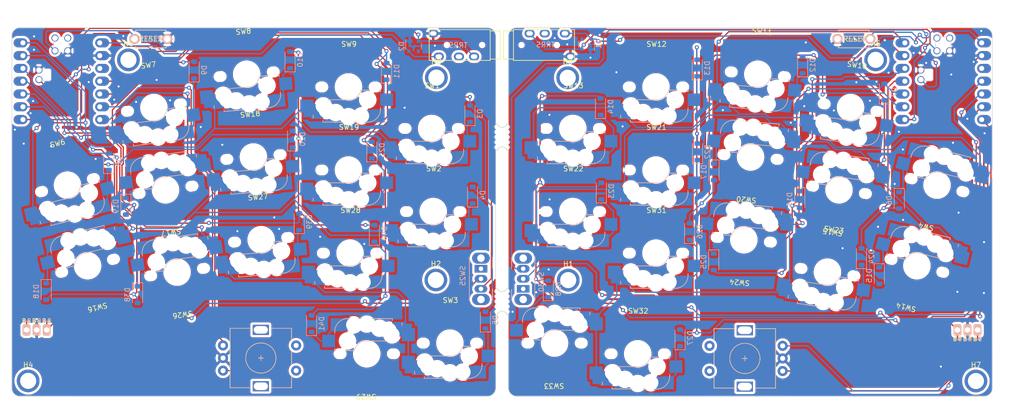
<source format=kicad_pcb>
(kicad_pcb (version 20221018) (generator pcbnew)
  (layers (0 "F.Cu" signal) (31 "B.Cu" signal) (34 "B.Paste" user) (35 "F.Paste" user) (36 "B.SilkS" user "B.Silkscreen") (37 "F.SilkS" user "F.Silkscreen") (38 "B.Mask" user) (39 "F.Mask" user) (44 "Edge.Cuts" user))
  (net 0 "")
  (net 1 "GND_R")
  (net 2 "TX_R")
  (net 3 "RAW_R")
  (net 4 "GND_L")
  (net 5 "TX_L")
  (net 6 "RAW_L")
  (net 7 "Net-(D3-K)")
  (net 8 "col0_R")
  (net 9 "Net-(D4-K)")
  (net 10 "col1_R")
  (net 11 "Net-(D5-K)")
  (net 12 "col2_R")
  (net 13 "Net-(D6-K)")
  (net 14 "col3_R")
  (net 15 "Net-(D7-K)")
  (net 16 "Net-(D8-K)")
  (net 17 "col0_L")
  (net 18 "Net-(D9-K)")
  (net 19 "col1_L")
  (net 20 "Net-(D10-K)")
  (net 21 "col2_L")
  (net 22 "Net-(D11-K)")
  (net 23 "col3_L")
  (net 24 "Net-(D12-K)")
  (net 25 "Net-(D13-K)")
  (net 26 "Net-(D14-K)")
  (net 27 "Net-(D15-K)")
  (net 28 "Net-(D16-K)")
  (net 29 "Net-(D17-K)")
  (net 30 "Net-(D18-K)")
  (net 31 "Net-(D19-K)")
  (net 32 "Net-(D20-K)")
  (net 33 "Net-(D21-K)")
  (net 34 "Net-(D22-K)")
  (net 35 "Net-(D23-K)")
  (net 36 "Net-(D24-K)")
  (net 37 "Net-(D25-K)")
  (net 38 "Net-(D38-K)")
  (net 39 "Net-(D39-K)")
  (net 40 "Net-(D40-K)")
  (net 41 "Net-(D41-K)")
  (net 42 "BAT_L")
  (net 43 "row_0_R")
  (net 44 "RESET_R")
  (net 45 "row_0_L")
  (net 46 "row_1_R")
  (net 47 "row_2_R")
  (net 48 "row_1_L")
  (net 50 "row_2_L")
  (net 52 "BAT_R")
  (net 53 "RESET_L")
  (net 55 "VCC_R")
  (net 59 "VCC_L")
  (net 62 "col4_L")
  (net 63 "col4_R")
  (net 64 "Net-(D26-K)")
  (net 65 "Net-(D27-K)")
  (net 66 "Net-(D28-K)")
  (net 67 "ENC_L_L")
  (net 68 "ENC_R_L")
  (net 71 "ENC_R_R")
  (net 72 "ENC_L_R")
  (net 77 "X_BAT_L")
  (net 78 "X_BAT_R")
  (footprint "Alaa:gateron-ks27-choc-v1-mx-hotswap" (layer "F.Cu") (at 169.927982 48.965202)
    (fp_text reference "SW12")
    (fp_text value "SW_Push")
  )
  (footprint "Alaa:gateron-ks27-choc-v1-mx-hotswap" (layer "F.Cu") (at 169.927982 81.965202)
    (fp_text reference "SW31")
    (fp_text value "SW_Push")
  )
  (footprint "Alaa:gateron-ks27-choc-v1-mx-hotswap" (layer "F.Cu") (at 70.334133 53.066579 8)
    (fp_text reference "SW7")
    (fp_text value "SW_Push")
  )
  (footprint "Alaa:gateron-ks27-choc-v1-mx-hotswap" (layer "F.Cu") (at 188.685717 62.879588 175)
    (fp_text reference "SW20")
    (fp_text value "SW_Push")
  )
  (footprint "Alaa:MountingHole_M3" (layer "F.Cu") (at 45.3898 107.3404)
    (fp_text reference "H4")
    (fp_text value "MountingHole")
  )
  (footprint "Alaa:gateron-ks27-choc-v1-mx-hotswap" (layer "F.Cu") (at 53.183689 68.47052 14)
    (fp_text reference "SW6")
    (fp_text value "SW_Push")
  )
  (footprint "Alaa:xiao-ble-smd-cutout" (layer "F.Cu") (at 226.9134 47.8282)
    (fp_text reference "U1" hide)
    (fp_text value "xiao-ble" hide)
    (fp_line (start -4.699 -0.7488) (end -4.699 -1.7902) (stroke (width 0.12)) (layer "Edge.Cuts"))
    (fp_line (start -4.0132 -2.476) (end -2.413 -2.476) (stroke (width 0.12)) (layer "Edge.Cuts"))
    (fp_line (start -2.413 -0.063) (end -4.0132 -0.063) (stroke (width 0.12)) (layer "Edge.Cuts"))
    (fp_line (start -2.032 -2.095) (end -2.032 -0.444) (stroke (width 0.12)) (layer "Edge.Cuts"))
    (fp_line (start -1.524 -6.4638) (end -1.524 -8.1402) (stroke (width 0.12)) (layer "Edge.Cuts"))
    (fp_line (start -0.8382 -8.826) (end 0.8382 -8.826) (stroke (width 0.12)) (layer "Edge.Cuts"))
    (fp_line (start -0.8382 -5.778) (end 0.8382 -5.778) (stroke (width 0.12)) (layer "Edge.Cuts"))
    (fp_line (start 1.524 -6.4638) (end 1.524 -8.1402) (stroke (width 0.12)) (layer "Edge.Cuts"))
    (fp_arc (start -4.699 -0.7488) (mid -4.095391 -0.666609) (end -4.0132 -0.063) (stroke (width 0.12)) (layer "Edge.Cuts"))
    (fp_arc (start -4.0132 -2.476) (mid -4.095391 -1.872391) (end -4.699 -1.7902) (stroke (width 0.12)) (layer "Edge.Cuts"))
    (fp_arc (start -2.413 -2.476) (mid -2.143592 -2.364408) (end -2.032 -2.095) (stroke (width 0.12)) (layer "Edge.Cuts"))
    (fp_arc (start -2.032 -0.444) (mid -2.143592 -0.174592) (end -2.413 -0.063) (stroke (width 0.12)) (layer "Edge.Cuts"))
    (fp_arc (start -1.524 -6.4638) (mid -0.920391 -6.381609) (end -0.8382 -5.778) (stroke (width 0.12)) (layer "Edge.Cuts"))
    (fp_arc (start -0.8382 -8.826) (mid -0.920391 -8.222391) (end -1.524 -8.1402) (stroke (width 0.12)) (layer "Edge.Cuts"))
    (fp_arc (start 0.8382 -5.778) (mid 0.920391 -6.381609) (end 1.524 -6.4638) (stroke (width 0.12)) (layer "Edge.Cuts"))
    (fp_arc (start 1.524 -8.1402) (mid 0.920393 -8.222393) (end 0.8382 -8.826) (stroke (width 0.12)) (layer "Edge.Cuts"))
  )
  (footprint "Alaa:gateron-ks27-choc-v1-mx-hotswap" (layer "F.Cu") (at 225.672276 68.47052 166)
    (fp_text reference "SW4")
    (fp_text value "SW_Push")
  )
  (footprint "Alaa:gateron-ks27-choc-v1-mx-hotswap" (layer "F.Cu") (at 108.927982 48.965202)
    (fp_text reference "SW9")
    (fp_text value "SW_Push")
  )
  (footprint "Alaa:gateron-ks27-choc-v1-mx-hotswap" (layer "F.Cu") (at 149.802982 99.840202 180)
    (fp_text reference "SW33")
    (fp_text value "SW_Push")
  )
  (footprint "Alaa:gateron-ks27-choc-v1-mx-hotswap" (layer "F.Cu") (at 57.1754 84.4804 -166)
    (fp_text reference "SW16")
    (fp_text value "SW_Push")
  )
  (footprint "Alaa:gateron-ks27-choc-v1-mx-hotswap" (layer "F.Cu") (at 129.052982 99.840202)
    (fp_text reference "SW3")
    (fp_text value "SW_Push")
  )
  (footprint "Alaa:gateron-ks27-choc-v1-mx-hotswap" (layer "F.Cu") (at 208.521832 53.066579 -8)
    (fp_text reference "SW10")
    (fp_text value "SW_Push")
  )
  (footprint "Alaa:gateron-ks27-choc-v1-mx-hotswap" (layer "F.Cu") (at 221.680565 84.4804 166)
    (fp_text reference "SW14")
    (fp_text value "SW_Push")
  )
  (footprint "Alaa:3JST_BAT" (layer "F.Cu") (at 47.0728 97.2312 180)
    (fp_text reference "J3" hide)
    (fp_text value "Conn_01x03_Socket" hide)
  )
  (footprint "Alaa:gateron-ks27-choc-v1-mx-hotswap" (layer "F.Cu") (at 72.630489 69.406002 -172)
    (fp_text reference "SW17")
    (fp_text value "SW_Push")
  )
  (footprint "Alaa:gateron-ks27-choc-v1-mx-hotswap" (layer "F.Cu") (at 153.427982 73.715202)
    (fp_text reference "SW22")
    (fp_text value "SW_Push")
  )
  (footprint "Alaa:xiao-ble-smd-cutout" (layer "F.Cu") (at 51.9716 47.8282)
    (fp_text reference "U2" hide)
    (fp_text value "xiao-ble" hide)
    (fp_line (start -4.699 -0.7488) (end -4.699 -1.7902) (stroke (width 0.12)) (layer "Edge.Cuts"))
    (fp_line (start -4.0132 -2.476) (end -2.413 -2.476) (stroke (width 0.12)) (layer "Edge.Cuts"))
    (fp_line (start -2.413 -0.063) (end -4.0132 -0.063) (stroke (width 0.12)) (layer "Edge.Cuts"))
    (fp_line (start -2.032 -2.095) (end -2.032 -0.444) (stroke (width 0.12)) (layer "Edge.Cuts"))
    (fp_line (start -1.524 -6.4638) (end -1.524 -8.1402) (stroke (width 0.12)) (layer "Edge.Cuts"))
    (fp_line (start -0.8382 -8.826) (end 0.8382 -8.826) (stroke (width 0.12)) (layer "Edge.Cuts"))
    (fp_line (start -0.8382 -5.778) (end 0.8382 -5.778) (stroke (width 0.12)) (layer "Edge.Cuts"))
    (fp_line (start 1.524 -6.4638) (end 1.524 -8.1402) (stroke (width 0.12)) (layer "Edge.Cuts"))
    (fp_arc (start -4.699 -0.7488) (mid -4.095391 -0.666609) (end -4.0132 -0.063) (stroke (width 0.12)) (layer "Edge.Cuts"))
    (fp_arc (start -4.0132 -2.476) (mid -4.095391 -1.872391) (end -4.699 -1.7902) (stroke (width 0.12)) (layer "Edge.Cuts"))
    (fp_arc (start -2.413 -2.476) (mid -2.143592 -2.364408) (end -2.032 -2.095) (stroke (width 0.12)) (layer "Edge.Cuts"))
    (fp_arc (start -2.032 -0.444) (mid -2.143592 -0.174592) (end -2.413 -0.063) (stroke (width 0.12)) (layer "Edge.Cuts"))
    (fp_arc (start -1.524 -6.4638) (mid -0.920391 -6.381609) (end -0.8382 -5.778) (stroke (width 0.12)) (layer "Edge.Cuts"))
    (fp_arc (start -0.8382 -8.826) (mid -0.920391 -8.222391) (end -1.524 -8.1402) (stroke (width 0.12)) (layer "Edge.Cuts"))
    (fp_arc (start 0.8382 -5.778) (mid 0.920391 -6.381609) (end 1.524 -6.4638) (stroke (width 0.12)) (layer "Edge.Cuts"))
    (fp_arc (start 1.524 -8.1402) (mid 0.920393 -8.222393) (end 0.8382 -8.826) (stroke (width 0.12)) (layer "Edge.Cuts"))
  )
  (footprint "Alaa:gateron-ks27-choc-v1-mx-hotswap" (layer "F.Cu") (at 91.608318 79.3168 5)
    (fp_text reference "SW27")
    (fp_text value "SW_Push")
  )
  (footprint "Alaa:gateron-ks27-choc-v1-mx-hotswap" (layer "F.Cu") (at 125.740482 73.715202)
    (fp_text reference "SW2")
    (fp_text value "SW_Push")
  )
  (footprint "Duckyb-Parts:mouse-bite-5mm-slot-with-space-for-track" (layer "F.Cu") (at 139.3952 91.567)
    (fp_text reference "mouse-bite-2mm-slot" hide)
    (fp_text value "VAL**" hide)
  )
  (footprint "Alaa:TRRS-PJ-320A" (layer "F.Cu") (at 137.0408 40.64 -90)
    (fp_text reference "J2")
    (fp_text value "AudioJack4dpb" hide)
  )
  (footprint "Alaa:gateron-ks27-choc-v1-mx-hotswap" (layer "F.Cu") (at 125.427982 57.215202)
    (fp_text reference "SW1")
    (fp_text value "SW_Push")
  )
  (footprint "Alaa:gateron-ks27-choc-v1-mx-hotswap" (layer "F.Cu") (at 112.552982 101.965202 180)
    (fp_text reference "SW29")
    (fp_text value "SW_Push")
  )
  (footprint "Alaa:gateron-ks27-choc-v1-mx-hotswap" (layer "F.Cu") (at 206.225476 69.406002 172)
    (fp_text reference "SW15")
    (fp_text value "SW_Push")
  )
  (footprint "Alaa:MountingHole_M3" (layer "F.Cu") (at 126.2634 87.2998)
    (fp_text reference "H2")
    (fp_text value "MountingHole")
  )
  (footprint "Alaa:MountingHole_M3" (layer "F.Cu") (at 213.5034 43.5882)
    (fp_text reference "H5")
    (fp_text value "MountingHole")
  )
  (footprint "Alaa:gateron-ks27-choc-v1-mx-hotswap" (layer "F.Cu") (at 166.302982 101.965202)
    (fp_text reference "SW32")
    (fp_text value "SW_Push")
  )
  (footprint "Alaa:MountingHole_M3" (layer "F.Cu") (at 233.3916 107.369)
    (fp_text reference "H7")
    (fp_text value "MountingHole")
  )
  (footprint "Alaa:gateron-ks27-choc-v1-mx-hotswap" (layer "F.Cu") (at 190.123786 46.442375 -5)
    (fp_text reference "SW11")
    (fp_text value "SW_Push")
  )
  (footprint "Alaa:MountingHole_M3" (layer "F.Cu") (at 65.278 43.5882)
    (fp_text reference "H6")
    (fp_text value "MountingHole")
  )
  (footprint "Alaa:gateron-ks27-choc-v1-mx-hotswap" (layer "F.Cu") (at 203.92912 85.745425 -8)
    (fp_text reference "SW23")
    (fp_text value "SW_Push")
  )
  (footprint "Alaa:MountingHole_M3" (layer "F.Cu") (at 126.365 47.117)
    (fp_text reference "H8")
    (fp_text value "MountingHole")
  )
  (footprint "Alaa:TRRS-PJ-320A" (layer "F.Cu") (at 141.6559 40.64 90)
    (fp_text reference "J1")
    (fp_text value "AudioJack4dpb" hide)
  )
  (footprint "Alaa:MountingHole_M3" (layer "F.Cu") (at 152.4164 47.1456)
    (fp_text reference "H3")
    (fp_text value "MountingHole")
  )
  (footprint "Alaa:gateron-ks27-choc-v1-mx-hotswap" (layer "F.Cu") (at 187.346209 79.3168 175)
    (fp_text reference "SW24")
    (fp_text value "SW_Push")
  )
  (footprint "Alaa:RotaryEncoder_Alps_EC11E-Switch_Vertical_H20mm-keebio_modified" (layer "F.Cu") (at 187.551 102.8832 180)
    (fp_text reference "SW35" hide)
    (fp_text value "Rotary_Encoder_Switch")
  )
  (footprint "Alaa:3JST_BAT" (layer "F.Cu") (at 231.7132 97.2312)
    (fp_text reference "J4" hide)
    (fp_text value "Conn_01x03_Socket" hide)
  )
  (footprint "Alaa:RotaryEncoder_Alps_EC11E-Switch_Vertical_H20mm-keebio_modified" (layer "F.Cu") (at 91.5442 102.807)
    (fp_text reference "SW34" hide)
    (fp_text value "Rotary_Encoder_Switch")
  )
  (footprint "Duckyb-Parts:mouse-bite-5mm-slot-with-space-for-track" (layer "F.Cu") (at 139.3952 58.928053)
    (fp_text reference "mouse-bite-2mm-slot" hide)
    (fp_text value "VAL**" hide)
  )
  (footprint "Alaa:gateron-ks27-choc-v1-mx-hotswap" (layer "F.Cu") (at 153.427982 57.215202)
    (fp_text reference "SW13")
    (fp_text value "SW_Push")
  )
  (footprint "Alaa:gateron-ks27-choc-v1-mx-hotswap" (layer "F.Cu") (at 108.927982 65.465202)
    (fp_text reference "SW19")
    (fp_text value "SW_Push")
  )
  (footprint "Alaa:gateron-ks27-choc-v1-mx-hotswap" (layer "F.Cu") (at 74.926845 85.745425 -172)
    (fp_text reference "SW26")
    (fp_text value "SW_Push")
  )
  (footprint "Alaa:MountingHole_M3" (layer "F.Cu") (at 152.518 87.3284)
    (fp_text reference "H1")
    (fp_text value "MountingHole")
  )
  (footprint "Alaa:gateron-ks27-choc-v1-mx-hotswap" (layer "F.Cu") (at 109.240482 81.965202)
    (fp_text reference "SW28")
    (fp_text value "SW_Push")
  )
  (footprint "Alaa:gateron-ks27-choc-v1-mx-hotswap" (layer "F.Cu") (at 88.732178 46.442375 5)
    (fp_text reference "SW8")
    (fp_text value "SW_Push")
  )
  (footprint "Alaa:gateron-ks27-choc-v1-mx-hotswap" (layer "F.Cu") (at 169.927982 65.465202)
    (fp_text reference "SW21")
    (fp_text value "SW_Push")
  )
  (footprint "Alaa:gateron-ks27-choc-v1-mx-hotswap" (layer "F.Cu") (at 90.071685 62.879588 5)
    (fp_text reference "SW18")
    (fp_text value "SW_Push")
  )
  (footprint "Diode_SMD:D_SOD-123" (layer "B.Cu") (at 133.5532 70.4606 90)
    (fp_text reference "D4")
    (fp_text value "1N4148")
  )
  (footprint "Diode_SMD:D_SOD-123" (layer "B.Cu") (at 48.9712 89.5858 -90)
    (fp_text reference "D18")
    (fp_text value "1N4148")
  )
  (footprint "Diode_SMD:D_SOD-123" (layer "B.Cu") (at 133.0198 54.2808 90)
    (fp_text reference "D3")
    (fp_text value "1N4148")
  )
  (footprint "Diode_SMD:D_SOD-123" (layer "B.Cu") (at 178.1556 61.85 90)
    (fp_text reference "D22")
    (fp_text value "1N4148")
  )
  (footprint "Diode_SMD:D_SOD-123" (layer "B.Cu") (at 114.0714 78.0542 90)
    (fp_text reference "D40")
    (fp_text value "1N4148")
  )
  (footprint "Diode_SMD:D_SOD-123" (layer "B.Cu") (at 101.6 95.9866 90)
    (fp_text reference "D41")
    (fp_text value "1N4148")
  )
  (footprint "Diode_SMD:D_SOD-123" (layer "B.Cu") (at 64.77 72.6684 -90)
    (fp_text reference "D19")
    (fp_text value "1N4148")
  )
  (footprint "Diode_SMD:D_SOD-123" (layer "B.Cu") (at 99.1616 75.7428 90)
    (fp_text reference "D39")
    (fp_text value "1N4148")
  )
  (footprint "Diode_SMD:D_SOD-123" (layer "B.Cu") (at 181.3814 83.693 -90)
    (fp_text reference "D25")
    (fp_text value "1N4148")
  )
  (footprint "Diode_SMD:D_SOD-123" (layer "B.Cu") (at 214.2236 86.4362 -90)
    (fp_text reference "D15")
    (fp_text value "1N4148")
  )
  (footprint "Diode_SMD:D_SOD-123" (layer "B.Cu") (at 218.186 71.4756 -90)
    (fp_text reference "D6")
    (fp_text value "1N4148")
  )
  (footprint "Diode_SMD:D_SOD-123" (layer "B.Cu") (at 181.4322 65.8378 -90)
    (fp_text reference "D17")
    (fp_text value "1N4148")
  )
  (footprint "Alaa:SW_CuK_OS102011MA1QN1_SPDT_Angled" (layer "B.Cu") (at 135.2042 85.0712 -90)
    (fp_text reference "SW25")
    (fp_text value "SW_SPDT")
  )
  (footprint "Diode_SMD:D_SOD-123" (layer "B.Cu") (at 176.6062 77.6976 90)
    (fp_text reference "D26")
    (fp_text value "1N4148")
  )
  (footprint "Diode_SMD:D_SOD-123" (layer "B.Cu") (at 97.3328 43.6118 90)
    (fp_text reference "D10")
    (fp_text value "1N4148")
  )
  (footprint "Diode_SMD:D_SOD-123" (layer "B.Cu") (at 78.3082 45.6184 90)
    (fp_text reference "D9")
    (fp_text value "1N4148")
  )
  (footprint "Diode_SMD:D_SOD-123" (layer "B.Cu") (at 215.2142 49.9618 90)
    (fp_text reference "D7")
    (fp_text value "1N4148")
  )
  (footprint "Diode_SMD:D_SOD-123" (layer "B.Cu") (at 210.693 82.676 90)
    (fp_text reference "D24")
    (fp_text value "1N4148")
  )
  (footprint "Diode_SMD:D_SOD-123" (layer "B.Cu") (at 178.1048 45.212 90)
    (fp_text reference "D13")
    (fp_text value "1N4148")
  )
  (footprint "Diode_SMD:D_SOD-123" (layer "B.Cu") (at 199.009 44.6024 90)
    (fp_text reference "D12")
    (fp_text value "1N4148")
  )
  (footprint "Alaa:SW_CuK_OS102011MA1QN1_SPDT_Angled" (layer "B.Cu") (at 143.5876 89.0712 90)
    (fp_text reference "SW30")
    (fp_text value "SW_SPDT")
  )
  (footprint "Package_TO_SOT_SMD:SOT-143" (layer "B.Cu") (at 156.1744 40.4622 90)
    (fp_text reference "D1")
    (fp_text value "PRTR5V0U2X")
  )
  (footprint "Diode_SMD:D_SOD-123" (layer "B.Cu") (at 159.0802 69.6478 90)
    (fp_text reference "D23")
    (fp_text value "1N4148")
  )
  (footprint "Diode_SMD:D_SOD-123" (layer "B.Cu") (at 158.9278 52.8828 90)
    (fp_text reference "D14")
    (fp_text value "1N4148")
  )
  (footprint "Diode_SMD:D_SOD-123" (layer "B.Cu") (at 113.5634 61.4934 90)
    (fp_text reference "D21")
    (fp_text value "1N4148")
  )
  (footprint "Diode_SMD:D_SOD-123" (layer "B.Cu") (at 198.4502 71.3232 -90)
    (fp_text reference "D16")
    (fp_text value "1N4148")
  )
  (footprint "Diode_SMD:D_SOD-123" (layer "B.Cu") (at 61.3664 63.8038 90)
    (fp_text reference "D8")
    (fp_text value "1N4148")
  )
  (footprint "Diode_SMD:D_SOD-123" (layer "B.Cu") (at 116.4844 45.8724 90)
    (fp_text reference "D11")
    (fp_text value "1N4148")
  )
  (footprint "Diode_SMD:D_SOD-123" (layer "B.Cu") (at 174.7012 98.807 90)
    (fp_text reference "D27")
    (fp_text value "1N4148")
  )
  (footprint "Diode_SMD:D_SOD-123" (layer "B.Cu") (at 148.5646 89.0778 90)
    (fp_text reference "D28")
    (fp_text value "1N4148")
  )
  (footprint "Diode_SMD:D_SOD-123" (layer "B.Cu") (at 136.0932 95.2764 90)
    (fp_text reference "D5")
    (fp_text value "1N4148")
  )
  (footprint "Alaa:ResetSW" (layer "B.Cu") (at 209.1858 39.434)
    (fp_text reference "SW5" hide)
    (fp_text value "SW_Push")
  )
  (footprint "Package_TO_SOT_SMD:SOT-143" (layer "B.Cu") (at 121.8438 40.8686 -90)
    (fp_text reference "D2")
    (fp_text value "PRTR5V0U2X")
  )
  (footprint "Diode_SMD:D_SOD-123" (layer "B.Cu") (at 97.8408 59.3344 90)
    (fp_text reference "D20")
    (fp_text value "1N4148")
  )
  (footprint "Alaa:ResetSW" (layer "B.Cu") (at 69.7218 39.434 180)
    (fp_text reference "SW40" hide)
    (fp_text value "SW_Push")
  )
  (footprint "Diode_SMD:D_SOD-123" (layer "B.Cu") (at 67.0814 90.2208 -90)
    (fp_text reference "D38")
    (fp_text value "1N4148")
  )
  (gr_line (start 140.345215 61.476264) (end 140.666489 61.474161) (stroke (width 0.1)) (layer "Edge.Cuts"))
  (gr_arc (start 136.525 37.211) (mid 137.662886 37.702424) (end 138.123664 38.853061) (stroke (width 0.1)) (layer "Edge.Cuts"))
  (gr_line (start 42.154237 38.805626) (end 42.159483 108.754703) (stroke (width 0.1)) (layer "Edge.Cuts"))
  (gr_line (start 140.666489 61.474161) (end 140.6652 89.037072) (stroke (width 0.1)) (layer "Edge.Cuts"))
  (gr_line (start 236.635224 108.793314) (end 236.629978 38.844237) (stroke (width 0.1)) (layer "Edge.Cuts"))
  (gr_line (start 138.122972 53.485832) (end 138.123664 38.853061) (stroke (width 0.1)) (layer "Edge.Cuts"))
  (gr_line (start 138.496794 94.116419) (end 138.126489 94.11608) (stroke (width 0.1)) (layer "Edge.Cuts"))
  (gr_line (start 140.344063 56.398132) (end 140.6652 56.398125) (stroke (width 0.1)) (layer "Edge.Cuts"))
  (gr_line (start 138.126489 56.398471) (end 138.122972 53.485832) (stroke (width 0.1)) (layer "Edge.Cuts"))
  (gr_line (start 140.673424 38.806483) (end 140.6652 56.398125) (stroke (width 0.1)) (layer "Edge.Cuts"))
  (gr_arc (start 140.344063 56.398132) (mid 139.420257 57.017165) (end 138.495642 56.39934) (stroke (width 0.1)) (layer "Edge.Cuts"))
  (gr_line (start 138.495642 56.39934) (end 138.126489 56.398471) (stroke (width 0.1)) (layer "Edge.Cuts"))
  (gr_line (start 140.344063 89.037079) (end 140.6652 89.037072) (stroke (width 0.1)) (layer "Edge.Cuts"))
  (gr_arc (start 142.264461 110.38794) (mid 141.126575 109.896516) (end 140.665797 108.745879) (stroke (width 0.1)) (layer "Edge.Cuts"))
  (gr_arc (start 235.031314 37.202176) (mid 236.1692 37.6936) (end 236.629978 38.844237) (stroke (width 0.1)) (layer "Edge.Cuts"))
  (gr_arc (start 236.635224 108.793314) (mid 236.1438 109.9312) (end 234.993163 110.391978) (stroke (width 0.1)) (layer "Edge.Cuts"))
  (gr_arc (start 138.496794 61.477472) (mid 139.4206 60.8584) (end 140.345215 61.476264) (stroke (width 0.1)) (layer "Edge.Cuts"))
  (gr_line (start 43.758147 110.396764) (end 136.473976 110.391121) (stroke (width 0.1)) (layer "Edge.Cuts"))
  (gr_arc (start 43.758147 110.396764) (mid 42.620271 109.905334) (end 42.159483 108.754703) (stroke (width 0.1)) (layer "Edge.Cuts"))
  (gr_line (start 142.264461 110.38794) (end 234.993163 110.391978) (stroke (width 0.1)) (layer "Edge.Cuts"))
  (gr_arc (start 138.496794 94.116419) (mid 139.4206 93.497347) (end 140.345215 94.115211) (stroke (width 0.1)) (layer "Edge.Cuts"))
  (gr_line (start 138.496794 61.477472) (end 138.126489 61.477133) (stroke (width 0.1)) (layer "Edge.Cuts"))
  (gr_arc (start 140.673424 38.806483) (mid 141.164848 37.668597) (end 142.315485 37.207819) (stroke (width 0.1)) (layer "Edge.Cuts"))
  (gr_line (start 138.116037 108.792457) (end 138.126489 94.11608) (stroke (width 0.1)) (layer "Edge.Cuts"))
  (gr_line (start 140.345215 94.115211) (end 140.666489 94.113108) (stroke (width 0.1)) (layer "Edge.Cuts"))
  (gr_arc (start 140.344063 89.037079) (mid 139.420257 89.656112) (end 138.495642 89.038287) (stroke (width 0.1)) (layer "Edge.Cuts"))
  (gr_line (start 138.495642 89.038287) (end 138.126489 89.037418) (stroke (width 0.1)) (layer "Edge.Cuts"))
  (gr_line (start 235.031314 37.202176) (end 142.315485 37.207819) (stroke (width 0.1)) (layer "Edge.Cuts"))
  (gr_line (start 136.525 37.211) (end 43.796298 37.206962) (stroke (width 0.1)) (layer "Edge.Cuts"))
  (gr_arc (start 42.154237 38.805626) (mid 42.645674 37.667764) (end 43.796298 37.206962) (stroke (width 0.1)) (layer "Edge.Cuts"))
  (gr_arc (start 138.116037 108.792457) (mid 137.624613 109.930343) (end 136.473976 110.391121) (stroke (width 0.1)) (layer "Edge.Cuts"))
  (gr_line (start 138.126489 89.037418) (end 138.126489 61.477133) (stroke (width 0.1)) (layer "Edge.Cuts"))
  (gr_line (start 140.666489 94.113108) (end 140.665797 108.745879) (stroke (width 0.1)) (layer "Edge.Cuts"))
  (segment (start 234.5334 42.7482) (end 234.188 42.7482) (width 0.25) (layer "F.Cu") (net 1))
  (segment (start 225.784642 45.225347) (end 222.849253 45.225347) (width 0.25) (layer "F.Cu") (net 1))
  (segment (start 156.7098 42.94) (end 156.9244 43.1546) (width 0.25) (layer "F.Cu") (net 1))
  (segment (start 228.5 46.5) (end 227.059295 46.5) (width 0.25) (layer "F.Cu") (net 1))
  (segment (start 227.059295 46.5) (end 225.784642 45.225347) (width 0.25) (layer "F.Cu") (net 1))
  (segment (start 222.849253 45.225347) (end 222.4684 45.6062) (width 0.25) (layer "F.Cu") (net 1))
  (segment (start 234.188 42.7482) (end 232.9434 43.9928) (width 0.25) (layer "F.Cu") (net 1))
  (segment (start 152.9559 42.94) (end 156.7098 42.94) (width 0.25) (layer "F.Cu") (net 1))
  (via (at 148.7932 54.5084) (size 0.8) (drill 0.4) (layers "F.Cu" "B.Cu") (net 1))
  (via (at 215.3158 39.7002) (size 0.8) (drill 0.4) (layers "F.Cu" "B.Cu") (net 1))
  (via (at 235.0008 79.7814) (size 0.8) (drill 0.4) (layers "F.Cu" "B.Cu") (net 1))
  (via (at 209.3722 39.4716) (size 0.8) (drill 0.4) (layers "F.Cu" "B.Cu") (net 1))
  (via (at 148.6408 40.5384) (size 0.8) (drill 0.4) (layers "F.Cu" "B.Cu") (net 1))
  (via (at 221.0308 42.2148) (size 0.8) (drill 0.4) (layers "F.Cu" "B.Cu") (net 1))
  (via (at 232.9434 43.9928) (size 0.8) (drill 0.4) (layers "F.Cu" "B.Cu") (net 1))
  (via (at 218.948 75.3618) (size 0.8) (drill 0.4) (layers "F.Cu" "B.Cu") (net 1))
  (via (at 218.8972 61.3918) (size 0.8) (drill 0.4) (layers "F.Cu" "B.Cu") (net 1))
  (via (at 213.6648 47.9298) (size 0.8) (drill 0.4) (layers "F.Cu" "B.Cu") (net 1))
  (via (at 206.9338 81.0006) (size 0.8) (drill 0.4) (layers "F.Cu" "B.Cu") (net 1))
  (via (at 212.5726 81.407) (size 0.8) (drill 0.4) (layers "F.Cu" "B.Cu") (net 1))
  (via (at 205.2066 53.6448) (size 0.8) (drill 0.4) (layers "F.Cu" "B.Cu") (net 1))
  (via (at 229.9462 73.9394) (size 0.8) (drill 0.4) (layers "F.Cu" "B.Cu") (net 1))
  (via (at 141.478 93.6244) (size 0.8) (drill 0.4) (layers "F.Cu" "B.Cu") (net 1))
  (via (at 213.9696 76.7334) (size 0.8) (drill 0.4) (layers "F.Cu" "B.Cu") (net 1))
  (via (at 212.3694 51.7144) (size 0.8) (drill 0.4) (layers "F.Cu" "B.Cu") (net 1))
  (via (at 229.7176 89.662) (size 0.8) (drill 0.4) (layers "F.Cu" "B.Cu") (net 1))
  (via (at 216.0524 46.1264) (size 0.8) (drill 0.4) (layers "F.Cu" "B.Cu") (net 1))
  (via (at 226.441 104.4956) (size 0.8) (drill 0.4) (layers "F.Cu" "B.Cu") (net 1))
  (via (at 218.1098 57.8612) (size 0.8) (drill 0.4) (layers "F.Cu" "B.Cu") (net 1))
  (via (at 158.75 38.608) (size 0.8) (drill 0.4) (layers "F.Cu" "B.Cu") (net 1))
  (via (at 217.2716 68.2244) (size 0.8) (drill 0.4) (layers "F.Cu" "B.Cu") (net 1))
  (via (at 163.2966 56.7944) (size 0.8) (drill 0.4) (layers "F.Cu" "B.Cu") (net 1))
  (via (at 223.52 44.196) (size 0.8) (drill 0.4) (layers "F.Cu" "B.Cu") (net 1))
  (via (at 199.644 40.132) (size 0.8) (drill 0.4) (layers "F.Cu" "B.Cu") (net 1))
  (via (at 152.3238 40.513) (size 0.8) (drill 0.4) (layers "F.Cu" "B.Cu") (net 1))
  (via (at 231.6988 55.2958) (size 0.8) (drill 0.4) (layers "F.Cu" "B.Cu") (net 1))
  (via (at 228.8286 60.0456) (size 0.8) (drill 0.4) (layers "F.Cu" "B.Cu") (net 1))
  (via (at 156.9244 43.1546) (size 0.8) (drill 0.4) (layers "F.Cu" "B.Cu") (net 1))
  (via (at 228.5 46.5) (size 0.8) (drill 0.4) (layers "F.Cu" "B.Cu") (net 1))
  (via (at 148.8186 71.2978) (size 0.8) (drill 0.4) (layers "F.Cu" "B.Cu") (net 1))
  (via (at 235.1024 58.166) (size 0.8) (drill 0.4) (layers "F.Cu" "B.Cu") (net 1))
  (via (at 146.177 89.7382) (size 0.8) (drill 0.4) (layers "F.Cu" "B.Cu") (net 1))
  (via (at 162.0774 46.0502) (size 0.8) (drill 0.4) (layers "F.Cu" "B.Cu") (net 1))
  (via (at 149.8346 39.2684) (size 0.8) (drill 0.4) (layers "F.Cu" "B.Cu") (net 1))
  (via (at 196.6722 56.0578) (size 0.8) (drill 0.4) (layers "F.Cu" "B.Cu") (net 1))
  (via (at 209.677 48.0314) (size 0.8) (drill 0.4) (layers "F.Cu" "B.Cu") (net 1))
  (via (at 234.9754 89.8906) (size 0.8) (drill 0.4) (layers "F.Cu" "B.Cu") (net 1))
  (via (at 234.442 37.846) (size 0.8) (drill 0.4) (layers "F.Cu" "B.Cu") (net 1))
  (via (at 199.3392 52.7812) (size 0.8) (drill 0.4) (layers "F.Cu" "B.Cu") (net 1))
  (via (at 183.1848 53.5686) (size 0.8) (drill 0.4) (layers "F.Cu" "B.Cu") (net 1))
  (via (at 148.6408 85.217) (size 0.8) (drill 0.4) (layers "F.Cu" "B.Cu") (net 1))
  (segment (start 223.3706 44.704) (end 223.3706 44.3454) (width 0.25) (layer "B.Cu") (net 1))
  (segment (start 222.4684 45.6062) (end 223.3706 44.704) (width 0.25) (layer "B.Cu") (net 1))
  (segment (start 223.3706 44.3454) (end 223.52 44.196) (width 0.25) (layer "B.Cu") (net 1))
  (segment (start 231.7132 99.2234) (end 226.441 104.4956) (width 0.25) (layer "B.Cu") (net 1))
  (segment (start 156.9244 43.1546) (end 156.9244 41.4622) (width 0.25) (layer "B.Cu") (net 1))
  (segment (start 231.7132 97.2312) (end 231.7132 99.2234) (width 0.25) (layer "B.Cu") (net 1))
  (segment (start 221.0816 55.4482) (end 221.1578 55.372) (width 0.25) (layer "F.Cu") (net 2))
  (segment (start 219.2934 55.4482) (end 221.0816 55.4482) (width 0.25) (layer "F.Cu") (net 2))
  (segment (start 223.2914 41.1988) (end 224.282 40.2082) (width 0.25) (layer "F.Cu") (net 2))
  (segment (start 223.7232 37.5412) (end 158.6484 37.5412) (width 0.25) (layer "F.Cu") (net 2))
  (segment (start 224.282 38.1) (end 223.7232 37.5412) (width 0.25) (layer "F.Cu") (net 2))
  (segment (start 158.6484 37.5412) (end 155.6004 40.5892) (width 0.25) (layer "F.Cu") (net 2))
  (segment (start 224.282 40.2082) (end 224.282 38.1) (width 0.25) (layer "F.Cu") (net 2))
  (via (at 221.1578 55.372) (size 0.8) (drill 0.4) (layers "F.Cu" "B.Cu") (net 2))
  (via (at 223.2914 41.1988) (size 0.8) (drill 0.4) (layers "F.Cu" "B.Cu") (net 2))
  (via (at 155.6004 40.5892) (size 0.8) (drill 0.4) (layers "F.Cu" "B.Cu") (net 2))
  (segment (start 155.2244 40.9652) (end 155.6004 40.5892) (width 0.25) (layer "B.Cu") (net 2))
  (segment (start 223.2914 41.1988) (end 223.2914 41.7322) (width 0.25) (layer "B.Cu") (net 2))
  (segment (start 155.2244 41.4622) (end 147.9781 41.4622) (width 0.25) (layer "B.Cu") (net 2))
  (segment (start 147.9781 41.4622) (end 144.8559 38.34) (width 0.25) (layer "B.Cu") (net 2))
  (segment (start 155.2244 41.4622) (end 155.2244 40.9652) (width 0.25) (layer "B.Cu") (net 2))
  (segment (start 221.1578 43.8658) (end 221.1578 55.372) (width 0.25) (layer "B.Cu") (net 2))
  (segment (start 223.2914 41.7322) (end 221.1578 43.8658) (width 0.25) (layer "B.Cu") (net 2))
  (segment (start 162.56 39.878) (end 158.496 39.878) (width 0.25) (layer "F.Cu") (net 3))
  (segment (start 221.488 39.37) (end 221.488 40.132) (width 0.25) (layer "F.Cu") (net 3))
  (segment (start 222.25 38.608) (end 221.488 39.37) (width 0.25) (layer "F.Cu") (net 3))
  (segment (start 162.814 39.624) (end 162.56 39.878) (width 0.25) (layer "F.Cu") (net 3))
  (via (at 162.814 39.624) (size 0.8) (drill 0.4) (layers "F.Cu" "B.Cu") (net 3))
  (via (at 158.496 39.878) (size 0.8) (drill 0.4) (layers "F.Cu" "B.Cu") (net 3))
  (via (at 221.488 40.132) (size 0.8) (drill 0.4) (layers "F.Cu" "B.Cu") (net 3))
  (via (at 222.25 38.608) (size 0.8) (drill 0.4) (layers "F.Cu" "B.Cu") (net 3))
  (segment (start 162.814 39.624) (end 163.576 38.862) (width 0.25) (layer "B.Cu") (net 3))
  (segment (start 151.8559 38.34) (end 156.0022 38.34) (width 0.25) (layer "B.Cu") (net 3))
  (segment (start 209.804 43.18) (end 211.9708 41.0132) (width 0.25) (layer "B.Cu") (net 3))
  (segment (start 163.576 38.862) (end 200.152 38.862) (width 0.25) (layer "B.Cu") (net 3))
  (segment (start 204.47 43.18) (end 209.804 43.18) (width 0.25) (layer "B.Cu") (net 3))
  (segment (start 234.5334 40.2082) (end 232.1712 37.846) (width 0.25) (layer "B.Cu") (net 3))
  (segment (start 220.3312 38.9752) (end 221.488 40.132) (width 0.25) (layer "B.Cu") (net 3))
  (segment (start 211.9708 41.0132) (end 212.7328 41.0132) (width 0.25) (layer "B.Cu") (net 3))
  (segment (start 212.7328 41.0132) (end 214.7708 38.9752) (width 0.25) (layer "B.Cu") (net 3))
  (segment (start 222.837374 39.195374) (end 222.25 38.608) (width 0.25) (layer "B.Cu") (net 3))
  (segment (start 224.79 37.846) (end 224.2825 38.3535) (width 0.25) (layer "B.Cu") (net 3))
  (segment (start 232.1712 37.846) (end 224.79 37.846) (width 0.25) (layer "B.Cu") (net 3))
  (segment (start 158.0802 39.4622) (end 158.496 39.878) (width 0.25) (layer "B.Cu") (net 3))
  (segment (start 156.0022 38.34) (end 157.1244 39.4622) (width 0.25) (layer "B.Cu") (net 3))
  (segment (start 200.152 38.862) (end 204.47 43.18) (width 0.25) (layer "B.Cu") (net 3))
  (segment (start 157.1244 39.4622) (end 158.0802 39.4622) (width 0.25) (layer "B.Cu") (net 3))
  (segment (start 224.2825 38.3535) (end 224.2825 38.770679) (width 0.25) (layer "B.Cu") (net 3))
  (segment (start 223.857805 39.195374) (end 222.837374 39.195374) (width 0.25) (layer "B.Cu") (net 3))
  (segment (start 214.7708 38.9752) (end 220.3312 38.9752) (width 0.25) (layer "B.Cu") (net 3))
  (segment (start 224.2825 38.770679) (end 223.857805 39.195374) (width 0.25) (layer "B.Cu") (net 3))
  (via (at 86.8934 77.6224) (size 0.8) (drill 0.4) (layers "F.Cu" "B.Cu") (net 4))
  (via (at 94.2086 74.8792) (size 0.8) (drill 0.4) (layers "F.Cu" "B.Cu") (net 4))
  (via (at 130.5052 41.021) (size 0.8) (drill 0.4) (layers "F.Cu" "B.Cu") (net 4))
  (via (at 70.866 47.5742) (size 0.8) (drill 0.4) (layers "F.Cu" "B.Cu") (net 4))
  (via (at 45.8724 54.1782) (size 0.8) (drill 0.4) (layers "F.Cu" "B.Cu") (net 4))
  (via (at 79.629 56.9214) (size 0.8) (drill 0.4) (layers "F.Cu" "B.Cu") (net 4))
  (via (at 95.1738 77.1652) (size 0.8) (drill 0.4) (layers "F.Cu" "B.Cu") (net 4))
  (via (at 42.7482 57.4548) (size 0.8) (drill 0.4) (layers "F.Cu" "B.Cu") (net 4))
  (via (at 62.4586 51.4858) (size 0.8) (drill 0.4) (layers "F.Cu" "B.Cu") (net 4))
  (via (at 73.533 51.6128) (size 0.8) (drill 0.4) (layers "F.Cu" "B.Cu") (net 4))
  (via (at 126.0602 40.767) (size 0.8) (drill 0.4) (layers "F.Cu" "B.Cu") (net 4))
  (via (at 83.8962 60.452) (size 0.8) (drill 0.4) (layers "F.Cu" "B.Cu") (net 4))
  (via (at 46.355 51.7652) (size 0.8) (drill 0.4) (layers "F.Cu" "B.Cu") (net 4))
  (via (at 63.3222 48.8696) (size 0.8) (drill 0.4) (layers "F.Cu" "B.Cu") (net 4))
  (via (at 46.5582 38.9128) (size 0.8) (drill 0.4) (layers "F.Cu" "B.Cu") (net 4))
  (via (at 103.3018 78.7146) (size 0.8) (drill 0.4) (layers "F.Cu" "B.Cu") (net 4))
  (via (at 47.0916 95.0468) (size 0.8) (drill 0.4) (layers "F.Cu" "B.Cu") (net 4))
  (via (at 58.7756 63.2714) (size 0.8) (drill 0.4) (layers "F.Cu" "B.Cu") (net 4))
  (via (at 120.0658 53.086) (size 0.8) (drill 0.4) (layers "F.Cu" "B.Cu") (net 4))
  (via (at 112.0648 80.137) (size 0.8) (drill 0.4) (layers "F.Cu" "B.Cu") (net 4))
  (via (at 66.802 51.943) (size 0.8) (drill 0.4) (layers "F.Cu" "B.Cu") (net 4))
  (via (at 54.991 56.9722) (size 0.8) (drill 0.4) (layers "F.Cu" "B.Cu") (net 4))
  (via (at 64.262 38.862) (size 0.8) (drill 0.4) (layers "F.Cu" "B.Cu") (net 4))
  (via (at 46.5328 41.5798) (size 0.8) (drill 0.4) (layers "F.Cu" "B.Cu") (net 4))
  (via (at 49.9364 60.7314) (size 0.8) (drill 0.4) (layers "F.Cu" "B.Cu") (net 4))
  (via (at 57.404 48.006) (size 0.8) (drill 0.4) (layers "F.Cu" "B.Cu") (net 4))
  (via (at 44.5008 60.2234) (size 0.8) (drill 0.4) (layers "F.Cu" "B.Cu") (net 4))
  (segment (start 121.333138 37.335338) (end 57.638035 37.332565) (width 0.25) (layer "F.Cu") (net 5))
  (segment (start 55.9816 38.989) (end 55.9816 53.9242) (width 0.25) (layer "F.Cu") (net 5))
  (segment (start 57.638035 37.332565) (end 55.9816 38.989) (width 0.25) (layer "F.Cu") (net 5))
  (segment (start 122.555 38.5572) (end 121.333138 37.335338) (width 0.25) (layer "F.Cu") (net 5))
  (segment (start 54.4576 55.4482) (end 44.3516 55.4482) (width 0.25) (layer "F.Cu") (net 5))
  (segment (start 55.9816 53.9242) (end 54.4576 55.4482) (width 0.25) (layer "F.Cu") (net 5))
  (segment (start 122.7836 38.5572) (end 122.555 38.5572) (width 0.25) (layer "F.Cu") (net 5))
  (via (at 122.7836 38.5572) (size 0.8) (drill 0.4) (layers "F.Cu" "B.Cu") (net 5))
  (segment (start 122.7938 39.8686) (end 122.7974 39.865) (width 0.25) (layer "B.Cu") (net 5))
  (segment (start 122.7938 38.5674) (end 122.7836 38.5572) (width 0.25) (layer "B.Cu") (net 5))
  (segment (start 130.7658 39.865) (end 133.8408 42.94) (width 0.25) (layer "B.Cu") (net 5))
  (segment (start 122.7938 39.8686) (end 122.7938 38.5674) (width 0.25) (layer "B.Cu") (net 5))
  (segment (start 122.7974 39.865) (end 130.7658 39.865) (width 0.25) (layer "B.Cu") (net 5))
  (segment (start 121.9652 42.94) (end 126.8408 42.94) (width 0.25) (layer "B.Cu") (net 6))
  (segment (start 72.3672 42.3672) (end 91.6178 42.3672) (width 0.25) (layer "B.Cu") (net 6))
  (segment (start 70.8 40.8) (end 72.3672 42.3672) (width 0.25) (layer "B.Cu") (net 6))
  (segment (start 117.6332 38.608) (end 120.8938 41.8686) (width 0.25) (layer "B.Cu") (net 6))
  (segment (start 64.195 40.2082) (end 64.7868 40.8) (width 0.25) (layer "B.Cu") (net 6))
  (segment (start 91.6178 42.3672) (end 95.377 38.608) (width 0.25) (layer "B.Cu") (net 6))
  (segment (start 95.377 38.608) (end 117.6332 38.608) (width 0.25) (layer "B.Cu") (net 6))
  (segment (start 64.7868 40.8) (end 70.8 40.8) (width 0.25) (layer "B.Cu") (net 6))
  (segment (start 59.5916 40.2082) (end 64.195 40.2082) (width 0.25) (layer "B.Cu") (net 6))
  (segment (start 120.8938 41.8686) (end 121.9652 42.94) (width 0.25) (layer "B.Cu") (net 6))
  (segment (start 132.487982 56.462618) (end 132.487982 59.755202) (width 0.25) (layer "B.Cu") (net 7))
  (segment (start 132.487982 59.755202) (end 132.487982 61.280202) (width 0.25) (layer "B.Cu") (net 7))
  (segment (start 132.487982 61.280202) (end 130.802982 62.965202) (width 0.25) (layer "B.Cu") (net 7))
  (segment (start 133.0198 55.9308) (end 132.487982 56.462618) (width 0.25) (layer "B.Cu") (net 7))
  (segment (start 217.2208 47.8282) (end 215.9392 49.1098) (width 0.25) (layer "F.Cu") (net 8))
  (segment (start 219.2934 47.8282) (end 217.2208 47.8282) (width 0.25) (layer "F.Cu") (net 8))
  (segment (start 215.9392 49.1098) (end 215.9392 72.173) (width 0.25) (layer "F.Cu") (net 8))
  (segment (start 215.9392 72.173) (end 215.0872 73.025) (width 0.25) (layer "F.Cu") (net 8))
  (via (at 215.0872 73.025) (size 0.8) (drill 0.4) (layers "F.Cu" "B.Cu") (net 8))
  (segment (start 215.0872 73.025) (end 218.0854 73.025) (width 0.25) (layer "B.Cu") (net 8))
  (segment (start 212.2932 82.6262) (end 212.2932 86.1558) (width 0.25) (layer "B.Cu") (net 8))
  (segment (start 214.9094 73.025) (end 210.693 77.2414) (width 0.25) (layer "B.Cu") (net 8))
  (segment (start 210.693 77.2414) (end 210.693 81.026) (width 0.25) (layer "B.Cu") (net 8))
  (segment (start 215.0872 73.025) (end 214.9094 73.025) (width 0.25) (layer "B.Cu") (net 8))
  (segment (start 218.0854 73.025) (end 218.186 73.1256) (width 0.25) (layer "B.Cu") (net 8))
  (segment (start 212.2932 86.1558) (end 214.2236 88.0862) (width 0.25) (layer "B.Cu") (net 8))
  (segment (start 210.693 81.026) (end 212.2932 82.6262) (width 0.25) (layer "B.Cu") (net 8))
  (segment (start 132.800482 76.255202) (end 132.800482 77.780202) (width 0.25) (layer "B.Cu") (net 9))
  (segment (start 133.5532 72.1106) (end 132.800482 72.863318) (width 0.25) (layer "B.Cu") (net 9))
  (segment (start 132.800482 72.863318) (end 132.800482 76.255202) (width 0.25) (layer "B.Cu") (net 9))
  (segment (start 132.800482 77.780202) (end 131.115482 79.465202) (width 0.25) (layer "B.Cu") (net 9))
  (segment (start 195.7324 85.0392) (end 194.8434 85.9282) (width 0.25) (layer "F.Cu") (net 10))
  (segment (start 200.1774 49.3268) (end 197.8478 51.6564) (width 0.25) (layer "F.Cu") (net 10))
  (segment (start 197.8478 71.6716) (end 196.9516 72.5678) (width 0.25) (layer "F.Cu") (net 10))
  (segment (start 195.7324 79.122721) (end 195.7324 85.0392) (width 0.25) (layer "F.Cu") (net 10))
  (segment (start 196.9516 72.5678) (end 196.9516 77.903521) (width 0.25) (layer "F.Cu") (net 10))
  (segment (start 197.8478 51.6564) (end 197.8478 71.6716) (width 0.25) (layer "F.Cu") (net 10))
  (segment (start 196.9516 77.903521) (end 195.7324 79.122721) (width 0.25) (layer "F.Cu") (net 10))
  (via (at 200.1774 49.3268) (size 0.8) (drill 0.4) (layers "F.Cu" "B.Cu") (net 10))
  (via (at 196.9516 72.5678) (size 0.8) (drill 0.4) (layers "F.Cu" "B.Cu") (net 10))
  (via (at 194.8434 85.9282) (size 0.8) (drill 0.4) (layers "F.Cu" "B.Cu") (net 10))
  (segment (start 181.9666 85.9282) (end 181.3814 85.343) (width 0.25) (layer "B.Cu") (net 10))
  (segment (start 198.0448 72.5678) (end 198.4502 72.9732) (width 0.25) (layer "B.Cu") (net 10))
  (segment (start 219.150988 50.3682) (end 218.795388 50.0126) (width 0.25) (layer "B.Cu") (net 10))
  (segment (start 214.1992 49.3268) (end 200.1774 49.3268) (width 0.25) (layer "B.Cu") (net 10))
  (segment (start 196.9516 72.5678) (end 198.0448 72.5678) (width 0.25) (layer "B.Cu") (net 10))
  (segment (start 216.915 50.0126) (end 215.2142 48.3118) (width 0.25) (layer "B.Cu") (net 10))
  (segment (start 218.795388 50.0126) (end 216.915 50.0126) (width 0.25) (layer "B.Cu") (net 10))
  (segment (start 215.2142 48.3118) (end 214.1992 49.3268) (width 0.25) (layer "B.Cu") (net 10))
  (segment (start 219.2934 50.3682) (end 219.150988 50.3682) (width 0.25) (layer "B.Cu") (net 10))
  (segment (start 194.8434 85.9282) (end 181.9666 85.9282) (width 0.25) (layer "B.Cu") (net 10))
  (segment (start 136.612982 97.446182) (end 136.612982 102.380202) (width 0.25) (layer "B.Cu") (net 11))
  (segment (start 136.612982 102.380202) (end 136.612982 103.905202) (width 0.25) (layer "B.Cu") (net 11))
  (segment (start 136.612982 103.905202) (end 134.927982 105.590202) (width 0.25) (layer "B.Cu") (net 11))
  (segment (start 136.0932 96.9264) (end 136.612982 97.446182) (width 0.25) (layer "B.Cu") (net 11))
  (segment (start 181.7116 42.6466) (end 180.4924 43.8658) (width 0.25) (layer "F.Cu") (net 12))
  (segment (start 202.9714 44.4246) (end 201.1934 42.6466) (width 0.25) (layer "F.Cu") (net 12))
  (segment (start 180.4924 43.8658) (end 180.4924 70.5612) (width 0.25) (layer "F.Cu") (net 12))
  (segment (start 202.9714 50.4698) (end 202.9714 44.4246) (width 0.25) (layer "F.Cu") (net 12))
  (segment (start 180.4924 70.5612) (end 178.9938 72.0598) (width 0.25) (layer "F.Cu") (net 12))
  (segment (start 201.1934 42.6466) (end 181.7116 42.6466) (width 0.25) (layer "F.Cu") (net 12))
  (via (at 178.9938 72.0598) (size 0.8) (drill 0.4) (layers "F.Cu" "B.Cu") (net 12))
  (via (at 202.9714 50.4698) (size 0.8) (drill 0.4) (layers "F.Cu" "B.Cu") (net 12))
  (via (at 201.1934 42.6466) (size 0.8) (drill 0.4) (layers "F.Cu" "B.Cu") (net 12))
  (segment (start 217.888417 52.9082) (end 215.171796 50.191579) (width 0.25) (layer "B.Cu") (net 12))
  (segment (start 178.9938 72.0598) (end 181.4322 69.6214) (width 0.25) (layer "B.Cu") (net 12))
  (segment (start 201.1934 42.6466) (end 199.3148 42.6466) (width 0.25) (layer "B.Cu") (net 12))
  (segment (start 199.3148 42.6466) (end 199.009 42.9524) (width 0.25) (layer "B.Cu") (net 12))
  (segment (start 215.171796 50.191579) (end 203.249621 50.191579) (width 0.25) (layer "B.Cu") (net 12))
  (segment (start 181.4322 69.6214) (end 181.4322 67.4878) (width 0.25) (layer "B.Cu") (net 12))
  (segment (start 176.6062 74.4474) (end 176.6062 76.0476) (width 0.25) (layer "B.Cu") (net 12))
  (segment (start 203.249621 50.191579) (end 202.9714 50.4698) (width 0.25) (layer "B.Cu") (net 12))
  (segment (start 178.9938 72.0598) (end 176.6062 74.4474) (width 0.25) (layer "B.Cu") (net 12))
  (segment (start 219.2934 52.9082) (end 217.888417 52.9082) (width 0.25) (layer "B.Cu") (net 12))
  (segment (start 218.951322 64.177039) (end 221.36284 61.765521) (width 0.25) (layer "B.Cu") (net 13))
  (segment (start 218.951322 69.060278) (end 218.951322 64.177039) (width 0.25) (layer "B.Cu") (net 13))
  (segment (start 218.186 69.8256) (end 218.951322 69.060278) (width 0.25) (layer "B.Cu") (net 13))
  (segment (start 221.36284 61.765521) (end 221.36284 61.470028) (width 0.25) (layer "B.Cu") (net 13))
  (segment (start 217.3986 95.2633) (end 218.6807 96.5454) (width 0.25) (layer "F.Cu") (net 14))
  (segment (start 178.0286 58.2168) (end 178.0286 41.0972) (width 0.25) (layer "F.Cu") (net 14))
  (segment (start 224.7646 94.5642) (end 231.1146 94.5642) (width 0.25) (layer "F.Cu") (net 14))
  (segment (start 231.1146 94.5642) (end 233.4514 92.2274) (width 0.25) (layer "F.Cu") (net 14))
  (segment (start 218.6807 96.5454) (end 222.7834 96.5454) (width 0.25) (layer "F.Cu") (net 14))
  (segment (start 233.4514 92.2274) (end 233.4514 59.9186) (width 0.25) (layer "F.Cu") (net 14))
  (segment (start 222.7834 96.5454) (end 224.7646 94.5642) (width 0.25) (layer "F.Cu") (net 14))
  (segment (start 178.0286 58.2676) (end 178.054 58.2422) (width 0.25) (layer "F.Cu") (net 14))
  (segment (start 178.054 58.2422) (end 178.0286 58.2168) (width 0.25) (layer "F.Cu") (net 14))
  (segment (start 178.0286 97.79) (end 178.0286 58.2676) (width 0.25) (layer "F.Cu") (net 14))
  (via (at 233.4514 59.9186) (size 0.8) (drill 0.4) (layers "F.Cu" "B.Cu") (net 14))
  (via (at 178.0286 41.0972) (size 0.8) (drill 0.4) (layers "F.Cu" "B.Cu") (net 14))
  (via (at 178.0286 97.79) (size 0.8) (drill 0.4) (layers "F.Cu" "B.Cu") (net 14))
  (via (at 217.3986 95.2633) (size 0.8) (drill 0.4) (layers "F.Cu" "B.Cu") (net 14))
  (via (at 178.054 58.2422) (size 0.8) (drill 0.4) (layers "F.Cu" "B.Cu") (net 14))
  (segment (start 234.5334 47.8282) (end 229.1156 53.246) (width 0.25) (layer "B.Cu") (net 14))
  (segment (start 229.1156 55.5828) (end 229.1156 53.246) (width 0.25) (layer "B.Cu") (net 14))
  (segment (start 178.1556 60.2) (end 178.1556 58.3438) (width 0.25) (layer "B.Cu") (net 14))
  (segment (start 233.4514 59.9186) (end 229.1156 55.5828) (width 0.25) (layer "B.Cu") (net 14))
  (segment (start 178.0286 41.0972) (end 178.0286 43.4858) (width 0.25) (layer "B.Cu") (net 14))
  (segment (start 178.1556 58.3438) (end 178.054 58.2422) (width 0.25) (layer "B.Cu") (net 14))
  (segment (start 178.0286 97.79) (end 178.0032 97.7646) (width 0.25) (layer "B.Cu") (net 14))
  (segment (start 175.3088 97.7646) (end 174.7012 97.157) (width 0.25) (layer "B.Cu") (net 14))
  (segment (start 178.0032 97.7646) (end 175.3088 97.7646) (width 0.25) (layer "B.Cu") (net 14))
  (segment (start 178.0286 43.4858) (end 178.1048 43.562) (width 0.25) (layer "B.Cu") (net 14))
  (segment (start 217.3345 95.1992) (end 183.2864 95.1992) (width 0.25) (layer "B.Cu") (net 14))
  (segment (start 180.721 97.7646) (end 178.054 97.7646) (width 0.25) (layer "B.Cu") (net 14))
  (segment (start 183.2864 95.1992) (end 180.721 97.7646) (width 0.25) (layer "B.Cu") (net 14))
  (segment (start 217.3986 95.2633) (end 217.3345 95.1992) (width 0.25) (layer "B.Cu") (net 14))
  (segment (start 178.054 97.7646) (end 178.0286 97.79) (width 0.25) (layer "B.Cu") (net 14))
  (segment (start 215.654759 56.634009) (end 215.654759 57.462915) (width 0.25) (layer "B.Cu") (net 15))
  (segment (start 215.2142 51.6118) (end 215.654759 52.052359) (width 0.25) (layer "B.Cu") (net 15))
  (segment (start 215.654759 52.052359) (end 215.654759 56.634009) (width 0.25) (layer "B.Cu") (net 15))
  (segment (start 215.654759 57.462915) (end 213.539412 59.578262) (width 0.25) (layer "B.Cu") (net 15))
  (segment (start 61.3664 65.4538) (end 61.133606 65.686594) (width 0.25) (layer "B.Cu") (net 16))
  (segment (start 61.133606 65.686594) (end 61.133606 69.106142) (width 0.25) (layer "B.Cu") (net 16))
  (segment (start 61.133606 69.106142) (end 61.133606 71.77005) (width 0.25) (layer "B.Cu") (net 16))
  (segment (start 61.133606 71.77005) (end 60.275227 72.628429) (width 0.25) (layer "B.Cu") (net 16))
  (segment (start 66.9174 89.7752) (end 66.3448 90.1446) (width 0.25) (layer "F.Cu") (net 17))
  (segment (start 66.9174 75.607386) (end 66.9174 89.7752) (width 0.25) (layer "F.Cu") (net 17))
  (segment (start 62.9666 62.992) (end 62.9666 71.656586) (width 0.25) (layer "F.Cu") (net 17))
  (segment (start 62.9666 71.656586) (end 66.9174 75.607386) (width 0.25) (layer "F.Cu") (net 17))
  (via (at 66.3448 90.1446) (size 0.8) (drill 0.4) (layers "F.Cu" "B.Cu") (net 17))
  (via (at 62.9666 62.992) (size 0.8) (drill 0.4) (layers "F.Cu" "B.Cu") (net 17))
  (segment (start 67.0814 91.8708) (end 67.0814 90.8812) (width 0.25) (layer "B.Cu") (net 17))
  (segment (start 50.0624 90.1446) (end 48.9712 91.2358) (width 0.25) (layer "B.Cu") (net 17))
  (segment (start 67.0814 90.8812) (end 66.3448 90.1446) (width 0.25) (layer "B.Cu") (net 17))
  (segment (start 44.3516 47.8282) (end 45.1104 47.8282) (width 0.25) (layer "B.Cu") (net 17))
  (segment (start 45.1104 47.8282) (end 53.2638 55.9816) (width 0.25) (layer "B.Cu") (net 17))
  (segment (start 61.3664 62.1538) (end 62.1284 62.1538) (width 0.25) (layer "B.Cu") (net 17))
  (segment (start 53.2638 57.464105) (end 57.953495 62.1538) (width 0.25) (layer "B.Cu") (net 17))
  (segment (start 53.2638 55.9816) (end 53.2638 57.464105) (width 0.25) (layer "B.Cu") (net 17))
  (segment (start 57.953495 62.1538) (end 61.3664 62.1538) (width 0.25) (layer "B.Cu") (net 17))
  (segment (start 62.1284 62.1538) (end 62.9666 62.992) (width 0.25) (layer "B.Cu") (net 17))
  (segment (start 66.3448 90.1446) (end 50.0624 90.1446) (width 0.25) (layer "B.Cu") (net 17))
  (segment (start 78.3082 47.2684) (end 78.174059 47.402541) (width 0.25) (layer "B.Cu") (net 18))
  (segment (start 78.174059 47.402541) (end 78.174059 54.529711) (width 0.25) (layer "B.Cu") (net 18))
  (segment (start 78.174059 54.529711) (end 78.174059 56.721122) (width 0.25) (layer "B.Cu") (net 18))
  (segment (start 78.174059 56.721122) (end 76.952203 57.942978) (width 0.25) (layer "B.Cu") (net 18))
  (segment (start 61.468 58.1152) (end 62.103 57.4802) (width 0.25) (layer "F.Cu") (net 19))
  (segment (start 61.468 58.1152) (end 64.2548 60.902) (width 0.25) (layer "F.Cu") (net 19))
  (segment (start 71.5518 44.069) (end 76.1746 44.069) (width 0.25) (layer "F.Cu") (net 19))
  (segment (start 64.0008 71.416204) (end 64.974596 72.39) (width 0.25) (layer "F.Cu") (net 19))
  (segment (start 64.2548 64.270596) (end 64.0008 64.524596) (width 0.25) (layer "F.Cu") (net 19))
  (segment (start 66.421 72.39) (end 66.421 73.836404) (width 0.25) (layer "F.Cu") (net 19))
  (segment (start 64.0008 64.524596) (end 64.0008 71.416204) (width 0.25) (layer "F.Cu") (net 19))
  (segment (start 52.578 58.1152) (end 61.468 58.1152) (width 0.25) (layer "F.Cu") (net 19))
  (segment (start 66.421 73.836404) (end 68.606796 76.0222) (width 0.25) (layer "F.Cu") (net 19))
  (segment (start 64.2548 60.902) (end 64.2548 64.270596) (width 0.25) (layer "F.Cu") (net 19))
  (segment (start 62.103 57.4802) (end 62.103 53.5178) (width 0.25) (layer "F.Cu") (net 19))
  (segment (start 81.1784 76.0222) (end 81.2292 75.9714) (width 0.25) (layer "F.Cu") (net 19))
  (segment (start 64.974596 72.39) (end 66.421 72.39) (width 0.25) (layer "F.Cu") (net 19))
  (segment (start 62.103 53.5178) (end 71.5518 44.069) (width 0.25) (layer "F.Cu") (net 19))
  (segment (start 68.606796 76.0222) (end 81.1784 76.0222) (width 0.25) (layer "F.Cu") (net 19))
  (via (at 66.421 72.39) (size 0.8) (drill 0.4) (layers "F.Cu" "B.Cu") (net 19))
  (via (at 52.578 58.1152) (size 0.8) (drill 0.4) (layers "F.Cu" "B.Cu") (net 19))
  (via (at 81.2292 75.9714) (size 0.8) (drill 0.4) (layers "F.Cu" "B.Cu") (net 19))
  (via (at 76.1746 44.069) (size 0.8) (drill 0.4) (layers "F.Cu" "B.Cu") (net 19))
  (segment (start 81.2292 75.9714) (end 98.9838 75.9714) (width 0.25) (layer "B.Cu") (net 19))
  (segment (start 64.77 74.041) (end 64.77 74.3184) (width 0.25) (layer "B.Cu") (net 19))
  (segment (start 66.421 72.39) (end 64.77 74.041) (width 0.25) (layer "B.Cu") (net 19))
  (segment (start 99.1616 75.7936) (end 98.9838 75.9714) (width 0.25) (layer "B.Cu") (net 19))
  (segment (start 76.2752 43.9684) (end 76.1746 44.069) (width 0.25) (layer "B.Cu") (net 19))
  (segment (start 52.578 58.1152) (end 52.578 56.2864) (width 0.25) (layer "B.Cu") (net 19))
  (segment (start 99.1616 74.0928) (end 99.1616 75.7936) (width 0.25) (layer "B.Cu") (net 19))
  (segment (start 52.578 56.2864) (end 46.6598 50.3682) (width 0.25) (layer "B.Cu") (net 19))
  (segment (start 78.3082 43.9684) (end 76.2752 43.9684) (width 0.25) (layer "B.Cu") (net 19))
  (segment (start 46.6598 50.3682) (end 44.3516 50.3682) (width 0.25) (layer "B.Cu") (net 19))
  (segment (start 95.984786 48.313812) (end 95.984786 50.259636) (width 0.25) (layer "B.Cu") (net 20))
  (segment (start 97.3328 45.2618) (end 95.984786 46.609814) (width 0.25) (layer "B.Cu") (net 20))
  (segment (start 95.984786 50.259636) (end 94.585967 51.658455) (width 0.25) (layer "B.Cu") (net 20))
  (segment (start 95.984786 46.609814) (end 95.984786 48.313812) (width 0.25) (layer "B.Cu") (net 20))
  (segment (start 51.181 57.743505) (end 57.724895 64.2874) (width 0.25) (layer "F.Cu") (net 21))
  (segment (start 57.724895 64.2874) (end 61.2902 64.3636) (width 0.25) (layer "F.Cu") (net 21))
  (segment (start 101.9048 76.3778) (end 112.1918 76.3778) (width 0.25) (layer "F.Cu") (net 21))
  (segment (start 99.0092 42.164) (end 98.9838 42.1386) (width 0.25) (layer "F.Cu") (net 21))
  (segment (start 99.0092 59.2074) (end 99.0092 73.4822) (width 0.25) (layer "F.Cu") (net 21))
  (segment (start 99.0092 73.4822) (end 101.9048 76.3778) (width 0.25) (layer "F.Cu") (net 21))
  (segment (start 51.181 56.9976) (end 51.181 57.743505) (width 0.25) (layer "F.Cu") (net 21))
  (segment (start 99.0092 59.2074) (end 99.0092 42.164) (width 0.25) (layer "F.Cu") (net 21))
  (via (at 98.9838 42.1386) (size 0.8) (drill 0.4) (layers "F.Cu" "B.Cu") (net 21))
  (via (at 51.181 56.9976) (size 0.8) (drill 0.4) (layers "F.Cu" "B.Cu") (net 21))
  (via (at 112.2934 76.3778) (size 0.8) (drill 0.4) (layers "F.Cu" "B.Cu") (net 21))
  (via (at 99.0092 59.2074) (size 0.8) (drill 0.4) (layers "F.Cu" "B.Cu") (net 21))
  (via (at 61.2902 64.3636) (size 0.8) (drill 0.4) (layers "F.Cu" "B.Cu") (net 21))
  (segment (start 48.563404 52.9082) (end 51.181 55.525796) (width 0.25) (layer "B.Cu") (net 21))
  (segment (start 97.0798 58.4454) (end 97.8408 57.6844) (width 0.25) (layer "B.Cu") (net 21))
  (segment (start 114.0714 76.4042) (end 112.3198 76.4042) (width 0.25) (layer "B.Cu") (net 21))
  (segment (start 51.181 55.525796) (end 51.181 56.9976) (width 0.25) (layer "B.Cu") (net 21))
  (segment (start 99.0092 58.8528) (end 99.0092 59.2074) (width 0.25) (layer "B.Cu") (net 21))
  (segment (start 81.840196 58.4454) (end 97.0798 58.4454) (width 0.25) (layer "B.Cu") (net 21))
  (segment (start 78.926396 61.3592) (end 81.840196 58.4454) (width 0.25) (layer "B.Cu") (net 21))
  (segment (start 66.148504 61.3592) (end 78.926396 61.3592) (width 0.25) (layer "B.Cu") (net 21))
  (segment (start 63.144104 64.3636) (end 66.148504 61.3592) (width 0.25) (layer "B.Cu") (net 21))
  (segment (start 61.2902 64.3636) (end 63.144104 64.3636) (width 0.25) (layer "B.Cu") (net 21))
  (segment (start 112.3198 76.4042) (end 112.2934 76.3778) (width 0.25) (layer "B.Cu") (net 21))
  (segment (start 98.807 41.9618) (end 98.9838 42.1386) (width 0.25) (layer "B.Cu") (net 21))
  (segment (start 44.3516 52.9082) (end 48.563404 52.9082) (width 0.25) (layer "B.Cu") (net 21))
  (segment (start 97.3328 41.9618) (end 98.807 41.9618) (width 0.25) (layer "B.Cu") (net 21))
  (segment (start 97.8408 57.6844) (end 99.0092 58.8528) (width 0.25) (layer "B.Cu") (net 21))
  (segment (start 115.987982 53.030202) (end 114.302982 54.715202) (width 0.25) (layer "B.Cu") (net 22))
  (segment (start 115.987982 51.505202) (end 115.987982 53.030202) (width 0.25) (layer "B.Cu") (net 22))
  (segment (start 116.4844 47.5224) (end 115.987982 48.018818) (width 0.25) (layer "B.Cu") (net 22))
  (segment (start 115.987982 48.018818) (end 115.987982 51.505202) (width 0.25) (layer "B.Cu") (net 22))
  (segment (start 116.6622 54.8386) (end 116.6622 46.5582) (width 0.25) (layer "F.Cu") (net 23))
  (segment (start 116.2558 63.8302) (end 111.9632 59.5376) (width 0.25) (layer "F.Cu") (net 23))
  (segment (start 75.117404 43.169) (end 71.179008 43.169) (width 0.25) (layer "F.Cu") (net 23))
  (segment (start 116.459 41.8338) (end 112.860137 38.234937) (width 0.25) (layer "F.Cu") (net 23))
  (segment (start 116.2558 90.464702) (end 116.2558 63.8302) (width 0.25) (layer "F.Cu") (net 23))
  (segment (start 116.6622 46.5582) (end 114.5032 44.3992) (width 0.25) (layer "F.Cu") (net 23))
  (segment (start 71.179008 43.169) (end 66.519808 47.8282) (width 0.25) (layer "F.Cu") (net 23))
  (segment (start 112.860137 38.234937) (end 80.051467 38.234937) (width 0.25) (layer "F.Cu") (net 23))
  (segment (start 80.051467 38.234937) (end 75.117404 43.169) (width 0.25) (layer "F.Cu") (net 23))
  (segment (start 66.519808 47.8282) (end 59.5916 47.8282) (width 0.25) (layer "F.Cu") (net 23))
  (segment (start 111.9632 59.5376) (end 116.6622 54.8386) (width 0.25) (layer "F.Cu") (net 23))
  (via (at 114.5032 44.3992) (size 0.8) (drill 0.4) (layers "F.Cu" "B.Cu") (net 23))
  (via (at 116.2558 90.464702) (size 0.8) (drill 0.4) (layers "F.Cu" "B.Cu") (net 23))
  (via (at 116.459 41.8338) (size 0.8) (drill 0.4) (layers "F.Cu" "B.Cu") (net 23))
  (via (at 111.9632 59.5376) (size 0.8) (drill 0.4) (layers "F.Cu" "B.Cu") (net 23))
  (segment (start 116.4844 41.8592) (end 116.459 41.8338) (width 0.25) (layer "B.Cu") (net 23))
  (segment (start 113.604102 93.1164) (end 102.8202 93.1164) (width 0.25) (layer "B.Cu") (net 23))
  (segment (start 116.459 42.4434) (end 116.459 41.8338) (width 0.25) (layer "B.Cu") (net 23))
  (segment (start 112.269 59.8434) (end 111.9632 59.5376) (width 0.25) (layer "B.Cu") (net 23))
  (segment (start 102.8202 93.1164) (end 101.6 94.3366) (width 0.25) (layer "B.Cu") (net 23))
  (segment (start 114.5032 44.3992) (end 116.459 42.4434) (width 0.25) (layer "B.Cu") (net 23))
  (segment (start 116.4844 44.2224) (end 116.4844 41.8592) (width 0.25) (layer "B.Cu") (net 23))
  (segment (start 113.5634 59.8434) (end 112.269 59.8434) (width 0.25) (layer "B.Cu") (net 23))
  (segment (start 116.2558 90.464702) (end 113.604102 93.1164) (width 0.25) (layer "B.Cu") (net 23))
  (segment (start 197.933642 50.724177) (end 195.975284 52.682535) (width 0.25) (layer "B.Cu") (net 24))
  (segment (start 197.933642 49.631607) (end 197.933642 50.724177) (width 0.25) (layer "B.Cu") (net 24))
  (segment (start 199.009 46.2524) (end 197.933642 47.327758) (width 0.25) (layer "B.Cu") (net 24))
  (segment (start 197.933642 47.327758) (end 197.933642 49.631607) (width 0.25) (layer "B.Cu") (net 24))
  (segment (start 177.987982 46.978818) (end 177.987982 51.505202) (width 0.25) (layer "B.Cu") (net 25))
  (segment (start 177.987982 51.505202) (end 177.987982 53.030202) (width 0.25) (layer "B.Cu") (net 25))
  (segment (start 177.987982 53.030202) (end 176.302982 54.715202) (width 0.25) (layer "B.Cu") (net 25))
  (segment (start 178.1048 46.862) (end 177.987982 46.978818) (width 0.25) (layer "B.Cu") (net 25))
  (segment (start 161.487982 59.755202) (end 161.487982 61.280202) (width 0.25) (layer "B.Cu") (net 26))
  (segment (start 158.9278 54.5328) (end 161.487982 57.092982) (width 0.25) (layer "B.Cu") (net 26))
  (segment (start 161.487982 57.092982) (end 161.487982 59.755202) (width 0.25) (layer "B.Cu") (net 26))
  (segment (start 161.487982 61.280202) (end 159.802982 62.965202) (width 0.25) (layer "B.Cu") (net 26))
  (segment (start 214.2236 84.7862) (end 214.959611 84.050189) (width 0.25) (layer "B.Cu") (net 27))
  (segment (start 214.959611 84.050189) (end 214.959611 80.186919) (width 0.25) (layer "B.Cu") (net 27))
  (segment (start 214.959611 80.186919) (end 217.371129 77.775401) (width 0.25) (layer "B.Cu") (net 27))
  (segment (start 217.371129 77.775401) (end 217.371129 77.479908) (width 0.25) (layer "B.Cu") (net 27))
  (segment (start 201.207896 63.723225) (end 201.207896 62.894319) (width 0.25) (layer "B.Cu") (net 28))
  (segment (start 198.4502 69.6732) (end 199.092549 69.030851) (width 0.25) (layer "B.Cu") (net 28))
  (segment (start 199.092549 65.838572) (end 201.207896 63.723225) (width 0.25) (layer "B.Cu") (net 28))
  (segment (start 199.092549 69.030851) (end 199.092549 65.838572) (width 0.25) (layer "B.Cu") (net 28))
  (segment (start 183.834219 57.731998) (end 183.834219 56.639428) (width 0.25) (layer "B.Cu") (net 29))
  (segment (start 181.875861 63.744139) (end 181.875861 59.690356) (width 0.25) (layer "B.Cu") (net 29))
  (segment (start 181.875861 59.690356) (end 183.834219 57.731998) (width 0.25) (layer "B.Cu") (net 29))
  (segment (start 181.4322 64.1878) (end 181.875861 63.744139) (width 0.25) (layer "B.Cu") (net 29))
  (segment (start 49.225483 83.844778) (end 49.225483 81.18087) (width 0.25) (layer "B.Cu") (net 30))
  (segment (start 48.9712 87.9358) (end 49.225483 87.681517) (width 0.25) (layer "B.Cu") (net 30))
  (segment (start 49.225483 87.681517) (end 49.225483 83.844778) (width 0.25) (layer "B.Cu") (net 30))
  (segment (start 49.225483 81.18087) (end 50.083862 80.322491) (width 0.25) (layer "B.Cu") (net 30))
  (segment (start 64.77 71.0184) (end 64.790563 70.997837) (width 0.25) (layer "B.Cu") (net 31))
  (segment (start 64.790563 67.94287) (end 64.790563 65.751459) (width 0.25) (layer "B.Cu") (net 31))
  (segment (start 64.790563 70.997837) (end 64.790563 67.94287) (width 0.25) (layer "B.Cu") (net 31))
  (segment (start 64.790563 65.751459) (end 66.012419 64.529603) (width 0.25) (layer "B.Cu") (net 31))
  (segment (start 97.324293 64.751025) (end 97.324293 66.696849) (width 0.25) (layer "B.Cu") (net 32))
  (segment (start 97.324293 61.500907) (end 97.324293 64.751025) (width 0.25) (layer "B.Cu") (net 32))
  (segment (start 97.324293 66.696849) (end 95.925474 68.095668) (width 0.25) (layer "B.Cu") (net 32))
  (segment (start 97.8408 60.9844) (end 97.324293 61.500907) (width 0.25) (layer "B.Cu") (net 32))
  (segment (start 115.987982 65.567982) (end 115.987982 68.005202) (width 0.25) (layer "B.Cu") (net 33))
  (segment (start 113.5634 63.1434) (end 115.987982 65.567982) (width 0.25) (layer "B.Cu") (net 33))
  (segment (start 115.987982 69.530202) (end 114.302982 71.215202) (width 0.25) (layer "B.Cu") (net 33))
  (segment (start 115.987982 68.005202) (end 115.987982 69.530202) (width 0.25) (layer "B.Cu") (net 33))
  (segment (start 177.987982 68.005202) (end 177.987982 69.530202) (width 0.25) (layer "B.Cu") (net 34))
  (segment (start 178.1556 63.5) (end 177.987982 63.667618) (width 0.25) (layer "B.Cu") (net 34))
  (segment (start 177.987982 63.667618) (end 177.987982 68.005202) (width 0.25) (layer "B.Cu") (net 34))
  (segment (start 177.987982 69.530202) (end 176.302982 71.215202) (width 0.25) (layer "B.Cu") (net 34))
  (segment (start 159.0802 71.2978) (end 161.487982 73.705582) (width 0.25) (layer "B.Cu") (net 35))
  (segment (start 161.487982 73.705582) (end 161.487982 76.255202) (width 0.25) (layer "B.Cu") (net 35))
  (segment (start 161.487982 77.780202) (end 159.802982 79.465202) (width 0.25) (layer "B.Cu") (net 35))
  (segment (start 161.487982 76.255202) (end 161.487982 77.780202) (width 0.25) (layer "B.Cu") (net 35))
  (segment (start 211.062047 90.141761) (end 208.9467 92.257108) (width 0.25) (layer "B.Cu") (net 36))
  (segment (start 211.062047 84.695047) (end 211.062047 89.312855) (width 0.25) (layer "B.Cu") (net 36))
  (segment (start 211.062047 89.312855) (end 211.062047 90.141761) (width 0.25) (layer "B.Cu") (net 36))
  (segment (start 210.693 84.326) (end 211.062047 84.695047) (width 0.25) (layer "B.Cu") (net 36))
  (segment (start 181.3814 82.043) (end 180.536353 81.197953) (width 0.25) (layer "B.Cu") (net 37))
  (segment (start 180.036353 76.127568) (end 180.036353 75.034998) (width 0.25) (layer "B.Cu") (net 37))
  (segment (start 180.536353 81.197953) (end 180.536353 76.127568) (width 0.25) (layer "B.Cu") (net 37))
  (segment (start 180.036353 75.034998) (end 181.994711 73.07664) (width 0.25) (layer "B.Cu") (net 37))
  (segment (start 67.086919 84.282293) (end 67.086919 82.090882) (width 0.25) (layer "B.Cu") (net 38))
  (segment (start 67.086919 88.565281) (end 67.086919 84.282293) (width 0.25) (layer "B.Cu") (net 38))
  (segment (start 67.086919 82.090882) (end 68.308775 80.869026) (width 0.25) (layer "B.Cu") (net 38))
  (segment (start 67.0814 88.5708) (end 67.086919 88.565281) (width 0.25) (layer "B.Cu") (net 38))
  (segment (start 98.860926 81.188237) (end 98.860926 83.134061) (width 0.25) (layer "B.Cu") (net 39))
  (segment (start 98.860926 77.693474) (end 98.860926 81.188237) (width 0.25) (layer "B.Cu") (net 39))
  (segment (start 98.860926 83.134061) (end 97.462107 84.53288) (width 0.25) (layer "B.Cu") (net 39))
  (segment (start 99.1616 77.3928) (end 98.860926 77.693474) (width 0.25) (layer "B.Cu") (net 39))
  (segment (start 116.300482 84.505202) (end 116.300482 86.030202) (width 0.25) (layer "B.Cu") (net 40))
  (segment (start 116.300482 86.030202) (end 114.615482 87.715202) (width 0.25) (layer "B.Cu") (net 40))
  (segment (start 116.300482 81.933282) (end 116.300482 84.505202) (width 0.25) (layer "B.Cu") (net 40))
  (segment (start 114.0714 79.7042) (end 116.300482 81.933282) (width 0.25) (layer "B.Cu") (net 40))
  (segment (start 104.992982 97.900202) (end 106.677982 96.215202) (width 0.25) (layer "B.Cu") (net 41))
  (segment (start 104.992982 99.425202) (end 104.992982 97.900202) (width 0.25) (layer "B.Cu") (net 41))
  (segment (start 101.6 97.6366) (end 103.388602 99.425202) (width 0.25) (layer "B.Cu") (net 41))
  (segment (start 103.388602 99.425202) (end 104.992982 99.425202) (width 0.25) (layer "B.Cu") (net 41))
  (segment (start 45.9232 94.0054) (end 48.7172 94.0054) (width 0.25) (layer "F.Cu") (net 42))
  (segment (start 129.8528 91.9226) (end 134.7042 87.0712) (width 0.25) (layer "F.Cu") (net 42))
  (segment (start 45.0728 94.8558) (end 45.9232 94.0054) (width 0.25) (layer "F.Cu") (net 42))
  (segment (start 66.3248 94.8436) (end 66.2232 94.742) (width 0.25) (layer "F.Cu") (net 42))
  (segment (start 134.7042 87.0712) (end 135.2042 87.0712) (width 0.25) (layer "F.Cu") (net 42))
  (segment (start 77.8002 94.8944) (end 77.7494 94.8436) (width 0.25) (layer "F.Cu") (net 42))
  (segment (start 66.2232 94.742) (end 51.562 94.742) (width 0.25) (layer "F.Cu") (net 42))
  (segment (start 48.7172 94.0054) (end 49.0728 94.361) (width 0.25) (layer "F.Cu") (net 42))
  (segment (start 77.7494 94.8436) (end 66.3248 94.8436) (width 0.25) (layer "F.Cu") (net 42))
  (segment (start 49.0728 94.361) (end 49.0728 97.2312) (width 0.25) (layer "F.Cu") (net 42))
  (segment (start 112.1918 91.5162) (end 112.5982 91.9226) (width 0.25) (layer "F.Cu") (net 42))
  (segment (start 45.0728 97.2312) (end 45.0728 94.8558) (width 0.25) (layer "F.Cu") (net 42))
  (segment (start 51.562 94.742) (end 49.0728 97.2312) (width 0.25) (layer "F.Cu") (net 42))
  (segment (start 112.5982 91.9226) (end 129.8528 91.9226) (width 0.25) (layer "F.Cu") (net 42))
  (via (at 112.1918 91.5162) (size 0.8) (drill 0.4) (layers "F.Cu" "B.Cu") (net 42))
  (via (at 77.8002 94.8944) (size 0.8) (drill 0.4) (layers "F.Cu" "B.Cu") (net 42))
  (segment (start 111.76 91.948) (end 112.1918 91.5162) (width 0.25) (layer "B.Cu") (net 42))
  (segment (start 80.7466 91.948) (end 111.76 91.948) (width 0.25) (layer "B.Cu") (net 42))
  (segment (start 77.8002 94.8944) (end 80.7466 91.948) (width 0.25) (layer "B.Cu") (net 42))
  (segment (start 219.2934 40.2082) (end 217.0764 37.9912) (width 0.25) (layer "F.Cu") (net 43))
  (segment (start 184.3604 37.9912) (end 182.372 39.9796) (width 0.25) (layer "F.Cu") (net 43))
  (segment (start 217.0764 37.9912) (end 184.3604 37.9912) (width 0.25) (layer "F.Cu") (net 43))
  (via (at 182.372 39.9796) (size 0.8) (drill 0.4) (layers "F.Cu" "B.Cu") (net 43))
  (segment (start 182.56836 51.760536) (end 177.324096 57.0048) (width 0.25) (layer "B.Cu") (net 43))
  (segment (start 162.752982 53.665202) (end 160.827802 53.665202) (width 0.25) (layer "B.Cu") (net 43))
  (segment (start 203.712677 58.983477) (end 205.6892 60.96) (width 0.25) (layer "B.Cu") (net 43))
  (segment (start 192.336864 55.049864) (end 198.66459 55.049864) (width 0.25) (layer "B.Cu") (net 43))
  (segment (start 205.6892 60.96) (end 209.0928 60.96) (width 0.25) (layer "B.Cu") (net 43))
  (segment (start 202.598203 58.983477) (end 203.712677 58.983477) (width 0.25) (layer "B.Cu") (net 43))
  (segment (start 146.7612 53.086) (end 145.652982 54.194218) (width 0.25) (layer "B.Cu") (net 43))
  (segment (start 145.652982 54.194218) (end 145.652982 61.015202) (width 0.25) (layer "B.Cu") (net 43))
  (segment (start 186.49419 54.3814) (end 191.6684 54.3814) (width 0.25) (layer "B.Cu") (net 43))
  (segment (start 182.049083 40.302517) (end 182.049083 49.506701) (width 0.25) (layer "B.Cu") (net 43))
  (segment (start 218.8464 58.9788) (end 230.5558 58.9788) (width 0.25) (layer "B.Cu") (net 43))
  (segment (start 160.827802 53.665202) (end 160.2486 53.086) (width 0.25) (layer "B.Cu") (net 43))
  (segment (start 216.4334 61.3918) (end 218.8464 58.9788) (width 0.25) (layer "B.Cu") (net 43))
  (segment (start 177.324096 57.0048) (end 166.09258 57.0048) (width 0.25) (layer "B.Cu") (net 43))
  (segment (start 182.56836 50.45557) (end 182.56836 51.760536) (width 0.25) (layer "B.Cu") (net 43))
  (segment (start 230.5558 58.9788) (end 234.256329 62.679329) (width 0.25) (layer "B.Cu") (net 43))
  (segment (start 182.56836 50.45557) (end 186.49419 54.3814) (width 0.25) (layer "B.Cu") (net 43))
  (segment (start 182.372 39.9796) (end 182.049083 40.302517) (width 0.25) (layer "B.Cu") (net 43))
  (segment (start 166.09258 57.0048) (end 162.752982 53.665202) (width 0.25) (layer "B.Cu") (net 43))
  (segment (start 198.66459 55.049864) (end 200.267411 56.652685) (width 0.25) (layer "B.Cu") (net 43))
  (segment (start 209.0928 60.96) (end 209.5246 61.3918) (width 0.25) (layer "B.Cu") (net 43))
  (segment (start 160.2486 53.086) (end 146.7612 53.086) (width 0.25) (layer "B.Cu") (net 43))
  (segment (start 209.5246 61.3918) (end 216.4334 61.3918) (width 0.25) (layer "B.Cu") (net 43))
  (segment (start 191.6684 54.3814) (end 192.336864 55.049864) (width 0.25) (layer "B.Cu") (net 43))
  (segment (start 234.256329 62.679329) (end 234.256329 65.766881) (width 0.25) (layer "B.Cu") (net 43))
  (segment (start 200.267411 56.652685) (end 202.598203 58.983477) (width 0.25) (layer "B.Cu") (net 43))
  (segment (start 223.0236 40.4738) (end 220.668 38.1182) (width 0.25) (layer "B.Cu") (net 44))
  (segment (start 225.6434 41.7962) (end 224.321 40.4738) (width 0.25) (layer "B.Cu") (net 44))
  (segment (start 213.164 38.1182) (end 212.4358 38.8464) (width 0.25) (layer "B.Cu") (net 44))
  (segment (start 212.4358 38.8464) (end 212.4358 39.434) (width 0.25) (layer "B.Cu") (net 44))
  (segment (start 220.668 38.1182) (end 213.164 38.1182) (width 0.25) (layer "B.Cu") (net 44))
  (segment (start 224.321 40.4738) (end 223.0236 40.4738) (width 0.25) (layer "B.Cu") (net 44))
  (segment (start 47.0662 57.1246) (end 48.1076 56.0832) (width 0.25) (layer "F.Cu") (net 45))
  (segment (start 48.1076 56.0832) (end 56.769 56.0832) (width 0.25) (layer "F.Cu") (net 45))
  (via (at 47.0662 57.1246) (size 0.8) (drill 0.4) (layers "F.Cu" "B.Cu") (net 45))
  (via (at 56.769 56.0832) (size 0.8) (drill 0.4) (layers "F.Cu" "B.Cu") (net 45))
  (segment (start 57.219 59.757358) (end 58.165942 60.7043) (width 0.25) (layer "B.Cu") (net 45))
  (segment (start 98.163392 54.754792) (end 101.3206 57.912) (width 0.25) (layer "B.Cu") (net 45))
  (segment (start 57.219 58.1588) (end 57.219 59.757358) (width 0.25) (layer "B.Cu") (net 45))
  (segment (start 46.99 40.2082) (end 56.769 49.9872) (width 0.25) (layer "B.Cu") (net 45))
  (segment (start 82.408865 57.240335) (end 82.408865 53.206259) (width 0.25) (layer "B.Cu") (net 45))
  (segment (start 44.3516 40.2082) (end 46.99 40.2082) (width 0.25) (layer "B.Cu") (net 45))
  (segment (start 78.74 60.9092) (end 82.408865 57.240335) (width 0.25) (layer "B.Cu") (net 45))
  (segment (start 62.668523 59.962677) (end 62.668523 57.981255) (width 0.25) (layer "B.Cu") (net 45))
  (segment (start 63.387939 58.788992) (end 65.508147 60.9092) (width 0.25) (layer "B.Cu") (net 45))
  (segment (start 97.655392 55.262792) (end 98.163392 54.754792) (width 0.25) (layer "B.Cu") (net 45))
  (segment (start 65.508147 60.9092) (end 78.74 60.9092) (width 0.25) (layer "B.Cu") (net 45))
  (segment (start 116.652982 59.604582) (end 116.652982 61.015202) (width 0.25) (layer "B.Cu") (net 45))
  (segment (start 58.554851 60.7043) (end 58.708951 60.8584) (width 0.25) (layer "B.Cu") (net 45))
  (segment (start 114.9604 57.912) (end 116.652982 59.604582) (width 0.25) (layer "B.Cu") (net 45))
  (segment (start 56.769 57.7088) (end 57.219 58.1588) (width 0.25) (layer "B.Cu") (net 45))
  (segment (start 56.769 49.9872) (end 56.769 57.7088) (width 0.25) (layer "B.Cu") (net 45))
  (segment (start 58.708951 60.8584) (end 61.7728 60.8584) (width 0.25) (layer "B.Cu") (net 45))
  (segment (start 101.3206 57.912) (end 114.9604 57.912) (width 0.25) (layer "B.Cu") (net 45))
  (segment (start 46.3296 74.343558) (end 46.873702 74.88766) (width 0.25) (layer "B.Cu") (net 45))
  (segment (start 95.677849 57.240335) (end 97.655392 55.262792) (width 0.25) (layer "B.Cu") (net 45))
  (segment (start 47.0662 57.1246) (end 46.3296 57.8612) (width 0.25) (layer "B.Cu") (net 45))
  (segment (start 58.165942 60.7043) (end 58.554851 60.7043) (width 0.25) (layer "B.Cu") (net 45))
  (segment (start 97.655392 55.262792) (end 100.152982 52.765202) (width 0.25) (layer "B.Cu") (net 45))
  (segment (start 82.408865 53.206259) (end 80.996016 51.79341) (width 0.25) (layer "B.Cu") (net 45))
  (segment (start 46.3296 57.8612) (end 46.3296 74.343558) (width 0.25) (layer "B.Cu") (net 45))
  (segment (start 82.408865 57.240335) (end 95.677849 57.240335) (width 0.25) (layer "B.Cu") (net 45))
  (segment (start 61.7728 60.8584) (end 62.668523 59.962677) (width 0.25) (layer "B.Cu") (net 45))
  (segment (start 218.181701 42.083501) (end 216.9668 40.8686) (width 0.25) (layer "F.Cu") (net 46))
  (segment (start 215.2142 51.2826) (end 215.2142 63.4238) (width 0.25) (layer "F.Cu") (net 46))
  (segment (start 218.628701 42.083501) (end 218.181701 42.083501) (width 0.25) (layer "F.Cu") (net 46))
  (segment (start 209.1436 43.6118) (end 209.1436 45.212) (width 0.25) (layer "F.Cu") (net 46))
  (segment (start 209.1436 45.212) (end 215.2142 51.2826) (width 0.25) (layer "F.Cu") (net 46))
  (segment (start 211.8868 40.8686) (end 209.1436 43.6118) (width 0.25) (layer "F.Cu") (net 46))
  (segment (start 216.9668 40.8686) (end 211.8868 40.8686) (width 0.25) (layer "F.Cu") (net 46))
  (segment (start 219.2934 42.7482) (end 218.628701 42.083501) (width 0.25) (layer "F.Cu") (net 46))
  (via (at 215.2142 63.4238) (size 0.8) (drill 0.4) (layers "F.Cu" "B.Cu") (net 46))
  (segment (start 165.0492 57.4548) (end 163.702082 58.801918) (width 0.25) (layer "B.Cu") (net 46))
  (segment (start 208.906404 61.41) (end 205.502804 61.41) (width 0.25) (layer "B.Cu") (net 46))
  (segment (start 210.501801 61.8418) (end 209.338204 61.8418) (width 0.25) (layer "B.Cu") (net 46))
  (segment (start 214.479897 64.158103) (end 214.479897 65.819896) (width 0.25) (layer "B.Cu") (net 46))
  (segment (start 203.908066 59.815262) (end 197.76042 59.815262) (width 0.25) (layer "B.Cu") (net 46))
  (segment (start 163.702082 67.716102) (end 162.152982 69.265202) (width 0.25) (layer "B.Cu") (net 46))
  (segment (start 209.338204 61.8418) (end 208.906404 61.41) (width 0.25) (layer "B.Cu") (net 46))
  (segment (start 186.328392 54.851998) (end 186.04419 54.567796) (width 0.25) (layer "B.Cu") (net 46))
  (segment (start 214.948802 66.794641) (end 214.948802 68.107417) (width 0.25) (layer "B.Cu") (net 46))
  (segment (start 177.510492 57.4548) (end 165.0492 57.4548) (width 0.25) (layer "B.Cu") (net 46))
  (segment (start 223.72204 76.880655) (end 226.004055 76.880655) (width 0.25) (layer "B.Cu") (net 46))
  (segment (start 214.948802 68.107417) (end 223.72204 76.880655) (width 0.25) (layer "B.Cu") (net 46))
  (segment (start 205.502804 61.41) (end 203.908066 59.815262) (width 0.25) (layer "B.Cu") (net 46))
  (segment (start 214.479897 65.819896) (end 210.501801 61.8418) (width 0.25) (layer "B.Cu") (net 46))
  (segment (start 146.989962 69.265202) (end 146.252982 70.002182) (width 0.25) (layer "B.Cu") (net 46))
  (segment (start 186.04419 54.567796) (end 180.397496 54.567796) (width 0.25) (layer "B.Cu") (net 46))
  (segment (start 215.2142 63.4238) (end 214.479897 64.158103) (width 0.25) (layer "B.Cu") (net 46))
  (segment (start 197.241143 58.866393) (end 194.540045 56.165295) (width 0.25) (layer "B.Cu") (net 46))
  (segment (start 192.815899 56.165295) (end 191.502602 54.851998) (width 0.25) (layer "B.Cu") (net 46))
  (segment (start 194.540045 56.165295) (end 192.815899 56.165295) (width 0.25) (layer "B.Cu") (net 46))
  (segment (start 230.629065 81.505665) (end 230.629065 82.79518) (width 0.25) (layer "B.Cu") (net 46))
  (segment (start 162.152982 69.265202) (end 146.989962 69.265202) (width 0.25) (layer "B.Cu") (net 46))
  (segment (start 180.397496 54.567796) (end 177.510492 57.4548) (width 0.25) (layer "B.Cu") (net 46))
  (segment (start 163.702082 58.801918) (end 163.702082 67.716102) (width 0.25) (layer "B.Cu") (net 46))
  (segment (start 191.502602 54.851998) (end 186.328392 54.851998) (width 0.25) (layer "B.Cu") (net 46))
  (segment (start 226.004055 76.880655) (end 230.629065 81.505665) (width 0.25) (layer "B.Cu") (net 46))
  (segment (start 146.252982 70.002182) (end 146.252982 78.415202) (width 0.25) (layer "B.Cu") (net 46))
  (segment (start 198.2978 61.6966) (end 198.2978 75.311) (width 0.25) (layer "F.Cu") (net 47))
  (segment (start 200.9394 59.055) (end 198.2978 61.6966) (width 0.25) (layer "F.Cu") (net 47))
  (segment (start 200.9394 47.4218) (end 200.9394 59.055) (width 0.25) (layer "F.Cu") (net 47))
  (segment (start 198.2978 75.311) (end 199.009 76.0222) (width 0.25) (layer "F.Cu") (net 47))
  (via (at 200.9394 47.4218) (size 0.8) (drill 0.4) (layers "F.Cu" "B.Cu") (net 47))
  (via (at 199.009 76.0222) (size 0.8) (drill 0.4) (layers "F.Cu" "B.Cu") (net 47))
  (segment (start 162.152982 90.465202) (end 157.477982 95.140202) (width 0.25) (layer "B.Cu") (net 47))
  (segment (start 196.420912 87.141668) (end 195.205794 88.356786) (width 0.25) (layer "B.Cu") (net 47))
  (segment (start 195.266028 89.740202) (end 165.827982 89.740202) (width 0.25) (layer "B.Cu") (net 47))
  (segment (start 199.009 76.0222) (end 198.778726 76.252474) (width 0.25) (layer "B.Cu") (net 47))
  (segment (start 207.349505 46.9138) (end 206.866905 47.3964) (width 0.25) (layer "B.Cu") (net 47))
  (segment (start 217.331705 46.2534) (end 216.671305 46.9138) (width 0.25) (layer "B.Cu") (net 47))
  (segment (start 162.152982 85.765202) (end 162.152982 90.465202) (width 0.25) (layer "B.Cu") (net 47))
  (segment (start 218.1098 46.2534) (end 217.331705 46.2534) (width 0.25) (layer "B.Cu") (net 47))
  (segment (start 196.420912 76.252474) (end 196.420912 87.141668) (width 0.25) (layer "B.Cu") (net 47))
  (segment (start 200.9648 47.3964) (end 200.9394 47.4218) (width 0.25) (layer "B.Cu") (net 47))
  (segment (start 219.2934 45.2882) (end 219.075 45.2882) (width 0.25) (layer "B.Cu") (net 47))
  (segment (start 165.827982 89.740202) (end 162.752982 86.665202) (width 0.25) (layer "B.Cu") (net 47))
  (segment (start 216.671305 46.9138) (end 207.349505 46.9138) (width 0.25) (layer "B.Cu") (net 47))
  (segment (start 198.778726 76.252474) (end 196.420912 76.252474) (width 0.25) (layer "B.Cu") (net 47))
  (segment (start 195.674699 89.331531) (end 195.266028 89.740202) (width 0.25) (layer "B.Cu") (net 47))
  (segment (start 158.077982 96.040202) (end 158.077982 106.361418) (width 0.25) (layer "B.Cu") (net 47))
  (segment (start 206.866905 47.3964) (end 200.9648 47.3964) (width 0.25) (layer "B.Cu") (net 47))
  (segment (start 219.075 45.2882) (end 218.1098 46.2534) (width 0.25) (layer "B.Cu") (net 47))
  (segment (start 59.8799 61.4293) (end 62.5166 64.066) (width 0.25) (layer "F.Cu") (net 48))
  (segment (start 58.254546 61.4293) (end 59.8799 61.4293) (width 0.25) (layer "F.Cu") (net 48))
  (segment (start 62.5166 73.3624) (end 66.2178 77.0636) (width 0.25) (layer "F.Cu") (net 48))
  (segment (start 62.5166 64.066) (end 62.5166 73.3624) (width 0.25) (layer "F.Cu") (net 48))
  (via (at 58.254546 61.4293) (size 0.8) (drill 0.4) (layers "F.Cu" "B.Cu") (net 48))
  (via (at 66.1924 77.089) (size 0.8) (drill 0.4) (layers "F.Cu" "B.Cu") (net 48))
  (segment (start 75.147839 77.089) (end 83.703093 68.533746) (width 0.25) (layer "B.Cu") (net 48))
  (segment (start 98.132992 71.285192) (end 100.152982 69.265202) (width 0.25) (layer "B.Cu") (net 48))
  (segment (start 64.285294 78.791373) (end 65.987667 77.089) (width 0.25) (layer "B.Cu") (net 48))
  (segment (start 75.147839 77.089) (end 78.348239 73.8886) (width 0.25) (layer "B.Cu") (net 48))
  (segment (start 82.335523 66.53075) (end 80.296099 64.491326) (width 0.25) (layer "B.Cu") (net 48))
  (segment (start 56.769 59.943754) (end 56.769 58.345196) (width 0.25) (layer "B.Cu") (net 48))
  (segment (start 65.987667 77.089) (end 66.1924 77.089) (width 0.25) (layer "B.Cu") (net 48))
  (segment (start 66.1924 77.089) (end 75.147839 77.089) (width 0.25) (layer "B.Cu") (net 48))
  (segment (start 58.254546 61.4293) (end 56.769 59.943754) (width 0.25) (layer "B.Cu") (net 48))
  (segment (start 56.769 58.345196) (end 55.7784 57.354596) (width 0.25) (layer "B.Cu") (net 48))
  (segment (start 55.7784 57.354596) (end 55.7784 49.632996) (width 0.25) (layer "B.Cu") (net 48))
  (segment (start 105.263002 78.415202) (end 117.565482 78.415202) (width 0.25) (layer "B.Cu") (net 48))
  (segment (start 98.132992 71.285192) (end 105.263002 78.415202) (width 0.25) (layer "B.Cu") (net 48))
  (segment (start 48.893604 42.7482) (end 44.3516 42.7482) (width 0.25) (layer "B.Cu") (net 48))
  (segment (start 78.348239 73.8886) (end 95.529584 73.8886) (width 0.25) (layer "B.Cu") (net 48))
  (segment (start 55.7784 49.632996) (end 48.893604 42.7482) (width 0.25) (layer "B.Cu") (net 48))
  (segment (start 82.335523 68.230623) (end 82.335523 66.53075) (width 0.25) (layer "B.Cu") (net 48))
  (segment (start 95.529584 73.8886) (end 98.132992 71.285192) (width 0.25) (layer "B.Cu") (net 48))
  (segment (start 63.8048 61.088396) (end 63.8048 64.0842) (width 0.25) (layer "F.Cu") (net 50))
  (segment (start 68.707 76.7588) (end 79.8322 76.835) (width 0.25) (layer "F.Cu") (net 50))
  (segment (start 55.879647 59.055353) (end 56.3698 58.5652) (width 0.25) (layer "F.Cu") (net 50))
  (segment (start 61.281604 58.5652) (end 63.8048 61.088396) (width 0.25) (layer "F.Cu") (net 50))
  (segment (start 56.3698 58.5652) (end 61.281604 58.5652) (width 0.25) (layer "F.Cu") (net 50))
  (segment (start 63.5508 71.6026) (end 68.707 76.7588) (width 0.25) (layer "F.Cu") (net 50))
  (segment (start 63.8048 64.0842) (end 63.5508 64.3382) (width 0.25) (layer "F.Cu") (net 50))
  (segment (start 63.5508 64.3382) (end 63.5508 71.6026) (width 0.25) (layer "F.Cu") (net 50))
  (via (at 79.8322 76.835) (size 0.8) (drill 0.4) (layers "F.Cu" "B.Cu") (net 50))
  (via (at 55.879647 59.055353) (size 0.8) (drill 0.4) (layers "F.Cu" "B.Cu") (net 50))
  (segment (start 120.777982 98.215202) (end 120.827982 98.165202) (width 0.25) (layer "B.Cu") (net 50))
  (segment (start 120.777982 103.640202) (end 120.777982 98.215202) (width 0.25) (layer "B.Cu") (net 50))
  (segment (start 53.7138 55.7204) (end 46.1518 48.1584) (width 0.25) (layer "B.Cu") (net 50))
  (segment (start 79.8322 77.982173) (end 81.873039 80.023012) (width 0.25) (layer "B.Cu") (net 50))
  (segment (start 46.1518 47.0884) (end 44.3516 45.2882) (width 0.25) (layer "B.Cu") (net 50))
  (segment (start 82.592455 80.830749) (end 82.592455 83.22001) (width 0.25) (layer "B.Cu") (net 50))
  (segment (start 46.1518 48.1584) (end 46.1518 47.0884) (width 0.25) (layer "B.Cu") (net 50))
  (segment (start 79.8322 76.835) (end 79.8322 77.982173) (width 0.25) (layer "B.Cu") (net 50))
  (segment (start 53.7138 56.889506) (end 53.7138 55.7204) (width 0.25) (layer "B.Cu") (net 50))
  (segment (start 55.879647 59.055353) (end 53.7138 56.889506) (width 0.25) (layer "B.Cu") (net 50))
  (segment (start 118.645402 89.740202) (end 120.227982 91.322782) (width 0.25) (layer "B.Cu") (net 50))
  (segment (start 86.27367 87.069349) (end 100.661335 87.069349) (width 0.25) (layer "B.Cu") (net 50))
  (segment (start 83.872156 84.667835) (end 86.27367 87.069349) (width 0.25) (layer "B.Cu") (net 50))
  (segment (start 100.661335 87.069349) (end 101.065482 86.665202) (width 0.25) (layer "B.Cu") (net 50))
  (segment (start 82.592455 83.22001) (end 83.195999 83.823554) (width 0.25) (layer "B.Cu") (net 50))
  (segment (start 104.140482 89.740202) (end 118.645402 89.740202) (width 0.25) (layer "B.Cu") (net 50))
  (segment (start 120.227982 91.322782) (end 120.227982 97.265202) (width 0.25) (layer "B.Cu") (net 50))
  (segment (start 101.065482 86.665202) (end 104.140482 89.740202) (width 0.25) (layer "B.Cu") (net 50))
  (segment (start 233.0196 100.711) (end 233.7132 100.0174) (width 0.25) (layer "F.Cu") (net 52))
  (segment (start 224.950996 95.0142) (end 227.4962 95.0142) (width 0.25) (layer "F.Cu") (net 52))
  (segment (start 229.7132 97.2312) (end 229.7132 99.9446) (width 0.25) (layer "F.Cu") (net 52))
  (segment (start 227.4962 95.0142) (end 229.7132 97.2312) (width 0.25) (layer "F.Cu") (net 52))
  (segment (start 217.7216 96.9954) (end 222.969796 96.9954) (width 0.25) (layer "F.Cu") (net 52))
  (segment (start 230.4796 100.711) (end 233.0196 100.711) (width 0.25) (layer "F.Cu") (net 52))
  (segment (start 171.948695 92.7354) (end 176.9364 92.7354) (width 0.25) (layer "F.Cu") (net 52))
  (segment (start 159.258 90.297) (end 169.510295 90.297) (width 0.25) (layer "F.Cu") (net 52))
  (segment (start 233.7132 100.0174) (end 233.7132 97.2312) (width 0.25) (layer "F.Cu") (net 52))
  (segment (start 214.4522 93.726) (end 217.7216 96.9954) (width 0.25) (layer "F.Cu") (net 52))
  (segment (start 222.969796 96.9954) (end 224.950996 95.0142) (width 0.25) (layer "F.Cu") (net 52))
  (segment (start 229.7132 99.9446) (end 230.4796 100.711) (width 0.25) (layer "F.Cu") (net 52))
  (segment (start 169.510295 90.297) (end 171.948695 92.7354) (width 0.25) (layer "F.Cu") (net 52))
  (via (at 176.9364 92.7354) (size 0.8) (drill 0.4) (layers "F.Cu" "B.Cu") (net 52))
  (via (at 159.258 90.297) (size 0.8) (drill 0.4) (layers "F.Cu" "B.Cu") (net 52))
  (via (at 214.4268 93.7768) (size 0.8) (drill 0.4) (layers "F.Cu" "B.Cu") (net 52))
  (segment (start 159.2326 90.297) (end 159.258 90.297) (width 0.25) (layer "B.Cu") (net 52))
  (segment (start 158.115 89.1794) (end 159.2326 90.297) (width 0.25) (layer "B.Cu") (net 52))
  (segment (start 156.2608 84.0486) (end 158.115 85.9028) (width 0.25) (layer "B.Cu") (net 52))
  (segment (start 144.0876 87.0712) (end 147.1102 84.0486) (width 0.25) (layer "B.Cu") (net 52))
  (segment (start 176.9364 92.7354) (end 178.5002 94.2992) (width 0.25) (layer "B.Cu") (net 52))
  (segment (start 147.1102 84.0486) (end 156.2608 84.0486) (width 0.25) (layer "B.Cu") (net 52))
  (segment (start 213.9044 94.2992) (end 214.4268 93.7768) (width 0.25) (layer "B.Cu") (net 52))
  (segment (start 158.115 85.9028) (end 158.115 89.1794) (width 0.25) (layer "B.Cu") (net 52))
  (segment (start 143.5876 87.0712) (end 144.0876 87.0712) (width 0.25) (layer "B.Cu") (net 52))
  (segment (start 178.5002 94.2992) (end 213.9044 94.2992) (width 0.25) (layer "B.Cu") (net 52))
  (segment (start 65.3542 37.7952) (end 66.473 38.914) (width 0.25) (layer "B.Cu") (net 53))
  (segment (start 49.1998 37.7952) (end 65.3542 37.7952) (width 0.25) (layer "B.Cu") (net 53))
  (segment (start 48.9458 40.0404) (end 48.9458 38.0492) (width 0.25) (layer "B.Cu") (net 53))
  (segment (start 48.9458 38.0492) (end 49.1998 37.7952) (width 0.25) (layer "B.Cu") (net 53))
  (segment (start 50.7016 41.7962) (end 48.9458 40.0404) (width 0.25) (layer "B.Cu") (net 53))
  (segment (start 80.237863 38.684937) (end 75.3038 43.619) (width 0.25) (layer "F.Cu") (net 62))
  (segment (start 75.3038 43.619) (end 71.365404 43.619) (width 0.25) (layer "F.Cu") (net 62))
  (segment (start 123.4948 50.9524) (end 111.227337 38.684937) (width 0.25) (layer "F.Cu") (net 62))
  (segment (start 71.365404 43.619) (end 64.616204 50.3682) (width 0.25) (layer "F.Cu") (net 62))
  (segment (start 133.0198 50.9524) (end 123.4948 50.9524) (width 0.25) (layer "F.Cu") (net 62))
  (segment (start 111.227337 38.684937) (end 80.237863 38.684937) (width 0.25) (layer "F.Cu") (net 62))
  (segment (start 64.616204 50.3682) (end 59.5916 50.3682) (width 0.25) (layer "F.Cu") (net 62))
  (via (at 133.0198 50.9524) (size 0.8) (drill 0.4) (layers "F.Cu" "B.Cu") (net 62))
  (segment (start 136.0932 71.3506) (end 133.5532 68.8106) (width 0.25) (layer "B.Cu") (net 62))
  (segment (start 137.4648 72.7222) (end 136.0932 71.3506) (width 0.25) (layer "B.Cu") (net 62))
  (segment (start 136.0932 71.3506) (end 136.0932 55.7042) (width 0.25) (layer "B.Cu") (net 62))
  (segment (start 137.4648 92.2548) (end 137.4648 72.7222) (width 0.25) (layer "B.Cu") (net 62))
  (segment (start 133.0198 50.9524) (end 133.0198 52.6308) (width 0.25) (layer "B.Cu") (net 62))
  (segment (start 136.0932 55.7042) (end 133.0198 52.6308) (width 0.25) (layer "B.Cu") (net 62))
  (segment (start 136.0932 93.6264) (end 137.4648 92.2548) (width 0.25) (layer "B.Cu") (net 62))
  (segment (start 146.939 67.9196) (end 146.939 51.1302) (width 0.25) (layer "F.Cu") (net 63))
  (segment (start 230.505 54.0258) (end 230.505 55.946895) (width 0.25) (layer "F.Cu") (net 63))
  (segment (start 146.939 51.1302) (end 147.32 50.7492) (width 0.25) (layer "F.Cu") (net 63))
  (segment (start 230.505 55.946895) (end 234.1764 59.618295) (width 0.25) (layer "F.Cu") (net 63))
  (segment (start 162.0266 91.948) (end 150.9268 91.948) (width 0.25) (layer "F.Cu") (net 63))
  (segment (start 150.9268 91.948) (end 146.1262 87.1474) (width 0.25) (layer "F.Cu") (net 63))
  (segment (start 146.1262 87.1474) (end 146.1262 68.7324) (width 0.25) (layer "F.Cu") (net 63))
  (segment (start 234.1764 94.4764) (end 234.2388 94.5388) (width 0.25) (layer "F.Cu") (net 63))
  (segment (start 163.3728 93.2942) (end 162.0266 91.948) (width 0.25) (layer "F.Cu") (net 63))
  (segment (start 234.1764 59.618295) (end 234.1764 94.4764) (width 0.25) (layer "F.Cu") (net 63))
  (segment (start 146.1262 68.7324) (end 146.939 67.9196) (width 0.25) (layer "F.Cu") (net 63))
  (via (at 146.1262 87.1474) (size 0.8) (drill 0.4) (layers "F.Cu" "B.Cu") (net 63))
  (via (at 163.3728 93.2942) (size 0.8) (drill 0.4) (layers "F.Cu" "B.Cu") (net 63))
  (via (at 230.505 54.0258) (size 0.8) (drill 0.4) (layers "F.Cu" "B.Cu") (net 63))
  (via (at 234.2388 94.5388) (size 0.8) (drill 0.4) (layers "F.Cu" "B.Cu") (net 63))
  (via (at 147.32 50.7492) (size 0.8) (drill 0.4) (layers "F.Cu" "B.Cu") (net 63))
  (via (at 146.939 67.9196) (size 0.8) (drill 0.4) (layers "F.Cu" "B.Cu") (net 63))
  (segment (start 164.8278 94.7492) (end 163.3728 93.2942) (width 0.25) (layer "B.Cu") (net 63))
  (segment (start 230.5304 54.0258) (end 230.505 54.0258) (width 0.25) (layer "B.Cu") (net 63))
  (segment (start 230.505 54.0512) (end 230.5304 54.0258) (width 0.25) (layer "B.Cu") (net 63))
  (segment (start 158.262798 68.815202) (end 159.0802 67.9978) (width 0.25) (layer "B.Cu") (net 63))
  (segment (start 234.188 50.3682) (end 230.5304 54.0258) (width 0.25) (layer "B.Cu") (net 63))
  (segment (start 234.2388 94.5388) (end 233.8832 94.1832) (width 0.25) (layer "B.Cu") (net 63))
  (segment (start 148.5646 87.4278) (end 146.4066 87.4278) (width 0.25) (layer "B.Cu") (net 63))
  (segment (start 233.8832 94.1832) (end 217.453395 94.1832) (width 0.25) (layer "B.Cu") (net 63))
  (segment (start 216.887395 94.7492) (end 164.8278 94.7492) (width 0.25) (layer "B.Cu") (net 63))
  (segment (start 146.939 67.9196) (end 147.834602 68.815202) (width 0.25) (layer "B.Cu") (net 63))
  (segment (start 234.5334 50.3682) (end 234.188 50.3682) (width 0.25) (layer "B.Cu") (net 63))
  (segment (start 147.32 50.7492) (end 158.4442 50.7492) (width 0.25) (layer "B.Cu") (net 63))
  (segment (start 158.4442 50.7492) (end 158.9278 51.2328) (width 0.25) (layer "B.Cu") (net 63))
  (segment (start 217.453395 94.1832) (end 216.887395 94.7492) (width 0.25) (layer "B.Cu") (net 63))
  (segment (start 230.505 54.0258) (end 230.505 54.0512) (width 0.25) (layer "B.Cu") (net 63))
  (segment (start 147.834602 68.815202) (end 158.262798 68.815202) (width 0.25) (layer "B.Cu") (net 63))
  (segment (start 146.4066 87.4278) (end 146.1262 87.1474) (width 0.25) (layer "B.Cu") (net 63))
  (segment (start 176.6062 79.3476) (end 177.987982 80.729382) (width 0.25) (layer "B.Cu") (net 64))
  (segment (start 177.987982 80.729382) (end 177.987982 84.505202) (width 0.25) (layer "B.Cu") (net 64))
  (segment (start 177.987982 84.505202) (end 177.987982 86.030202) (width 0.25) (layer "B.Cu") (net 64))
  (segment (start 177.987982 86.030202) (end 176.302982 87.715202) (width 0.25) (layer "B.Cu") (net 64))
  (segment (start 174.7012 100.457) (end 173.862982 101.295218) (width 0.25) (layer "B.Cu") (net 65))
  (segment (start 173.862982 106.030202) (end 172.177982 107.715202) (width 0.25) (layer "B.Cu") (net 65))
  (segment (start 173.862982 101.295218) (end 173.862982 104.505202) (width 0.25) (layer "B.Cu") (net 65))
  (segment (start 173.862982 104.505202) (end 173.862982 106.030202) (width 0.25) (layer "B.Cu") (net 65))
  (segment (start 147.290384 90.7278) (end 143.927982 94.090202) (width 0.25) (layer "B.Cu") (net 66))
  (segment (start 143.927982 94.090202) (end 142.242982 95.775202) (width 0.25) (layer "B.Cu") (net 66))
  (segment (start 142.242982 95.775202) (end 142.242982 97.300202) (width 0.25) (layer "B.Cu") (net 66))
  (segment (start 148.5646 90.7278) (end 147.290384 90.7278) (width 0.25) (layer "B.Cu") (net 66))
  (segment (start 77.0128 50.292) (end 77.0128 62.166975) (width 0.25) (layer "F.Cu") (net 67))
  (segment (start 77.0128 62.166975) (end 81.9542 67.108375) (width 0.25) (layer "F.Cu") (net 67))
  (segment (start 81.9542 67.108375) (end 81.9542 97.397) (width 0.25) (layer "F.Cu") (net 67))
  (segment (start 84.0442 99.487) (end 84.0442 100.307) (width 0.25) (layer "F.Cu") (net 67))
  (segment (start 81.9542 97.397) (end 84.0442 99.487) (width 0.25) (layer "F.Cu") (net 67))
  (via (at 77.0128 50.292) (size 0.8) (drill 0.4) (layers "F.Cu" "B.Cu") (net 67))
  (segment (start 76.912379 50.191579) (end 77.0128 50.292) (width 0.25) (layer "B.Cu") (net 67))
  (segment (start 66.794427 50.191579) (end 76.912379 50.191579) (width 0.25) (layer "B.Cu") (net 67))
  (segment (start 61.537806 55.4482) (end 66.794427 50.191579) (width 0.25) (layer "B.Cu") (net 67))
  (segment (start 59.5916 55.4482) (end 61.537806 55.4482) (width 0.25) (layer "B.Cu") (net 67))
  (segment (start 77.7378 62.255579) (end 82.4042 66.921979) (width 0.25) (layer "F.Cu") (net 68))
  (segment (start 82.4042 66.921979) (end 82.4042 96.3742) (width 0.25) (layer "F.Cu") (net 68))
  (segment (start 82.4042 96.3742) (end 86.8426 100.8126) (width 0.25) (layer "F.Cu") (net 68))
  (segment (start 86.8426 104.9782) (end 86.5138 105.307) (width 0.25) (layer "F.Cu") (net 68))
  (segment (start 77.7378 49.5692) (end 77.7378 62.255579) (width 0.25) (layer "F.Cu") (net 68))
  (segment (start 77.2922 49.1236) (end 77.7378 49.5692) (width 0.25) (layer "F.Cu") (net 68))
  (segment (start 86.8426 100.8126) (end 86.8426 104.9782) (width 0.25) (layer "F.Cu") (net 68))
  (segment (start 86.5138 105.307) (end 84.0442 105.307) (width 0.25) (layer "F.Cu") (net 68))
  (via (at 77.2922 49.1236) (size 0.8) (drill 0.4) (layers "F.Cu" "B.Cu") (net 68))
  (segment (start 63.44141 52.9082) (end 67.22601 49.1236) (width 0.25) (layer "B.Cu") (net 68))
  (segment (start 59.5916 52.9082) (end 63.44141 52.9082) (width 0.25) (layer "B.Cu") (net 68))
  (segment (start 67.22601 49.1236) (end 77.2922 49.1236) (width 0.25) (layer "B.Cu") (net 68))
  (segment (start 235.7446 99.4592) (end 225.8568 109.347) (width 0.25) (layer "F.Cu") (net 71))
  (segment (start 235.7446 60.550099) (end 235.7446 99.4592) (width 0.25) (layer "F.Cu") (net 71))
  (segment (start 232.7656 57.571099) (end 235.7446 60.550099) (width 0.25) (layer "F.Cu") (net 71))
  (segment (start 225.8568 109.347) (end 204.0148 109.347) (width 0.25) (layer "F.Cu") (net 71))
  (segment (start 204.0148 109.347) (end 200.051 105.3832) (width 0.25) (layer "F.Cu") (net 71))
  (segment (start 200.051 105.3832) (end 195.051 105.3832) (width 0.25) (layer "F.Cu") (net 71))
  (segment (start 232.7656 54.676) (end 232.7656 57.571099) (width 0.25) (layer "F.Cu") (net 71))
  (segment (start 234.5334 52.9082) (end 232.7656 54.676) (width 0.25) (layer "F.Cu") (net 71))
  (segment (start 236.3566 99.483596) (end 236.3566 57.2714) (width 0.25) (layer "F.Cu") (net 72))
  (segment (start 227.9566 107.883596) (end 236.3566 99.483596) (width 0.25) (layer "F.Cu") (net 72))
  (segment (start 227.9566 108.2718) (end 227.9566 107.883596) (width 0.25) (layer "F.Cu") (net 72))
  (segment (start 236.3566 57.2714) (end 234.5334 55.4482) (width 0.25) (layer "F.Cu") (net 72))
  (via (at 227.9566 108.2718) (size 0.8) (drill 0.4) (layers "F.Cu" "B.Cu") (net 72))
  (segment (start 200.051 100.3832) (end 195.051 100.3832) (width 0.25) (layer "B.Cu") (net 72))
  (segment (start 226.9322 109.2962) (end 208.964 109.2962) (width 0.25) (layer "B.Cu") (net 72))
  (segment (start 227.9566 108.2718) (end 226.9322 109.2962) (width 0.25) (layer "B.Cu") (net 72))
  (segment (start 208.964 109.2962) (end 200.051 100.3832) (width 0.25) (layer "B.Cu") (net 72))
  (segment (start 78.801063 37.784937) (end 74.676 41.91) (width 0.25) (layer "F.Cu") (net 77))
  (segment (start 129.3296 50.5024) (end 123.8322 50.5024) (width 0.25) (layer "F.Cu") (net 77))
  (segment (start 74.676 41.91) (end 70.104 41.91) (width 0.25) (layer "F.Cu") (net 77))
  (segment (start 69.088 40.894) (end 65.024 40.894) (width 0.25) (layer "F.Cu") (net 77))
  (segment (start 70.104 41.91) (end 69.088 40.894) (width 0.25) (layer "F.Cu") (net 77))
  (segment (start 117.856 44.5262) (end 117.856 42.205495) (width 0.25) (layer "F.Cu") (net 77))
  (segment (start 52.07 49.276) (end 49.2914 49.276) (width 0.25) (layer "F.Cu") (net 77))
  (segment (start 62.484 38.354) (end 58.42 38.354) (width 0.25) (layer "F.Cu") (net 77))
  (segment (start 123.8322 50.5024) (end 117.856 44.5262) (width 0.25) (layer "F.Cu") (net 77))
  (segment (start 65.024 40.894) (end 64.516 40.386) (width 0.25) (layer "F.Cu") (net 77))
  (segment (start 113.435438 37.784933) (end 113.435442 37.784937) (width 0.25) (layer "F.Cu") (net 77))
  (segment (start 64.516 40.386) (end 62.484 38.354) (width 0.25) (layer "F.Cu") (net 77))
  (segment (start 137.2792 87.01648) (end 137.2792 51.9098) (width 0.25) (layer "F.Cu") (net 77))
  (segment (start 49.2914 49.276) (end 47.5266 47.5112) (width 0.25) (layer "F.Cu") (net 77))
  (segment (start 137.2792 51.9098) (end 135.3312 49.9618) (width 0.25) (layer "F.Cu") (net 77))
  (segment (start 135.2042 89.0712) (end 135.22448 89.0712) (width 0.25) (layer "F.Cu") (net 77))
  (segment (start 117.856 42.205495) (end 113.435438 37.784933) (width 0.25) (layer "F.Cu") (net 77))
  (segment (start 58.42 38.354) (end 57.404 39.37) (width 0.25) (layer "F.Cu") (net 77))
  (segment (start 129.8702 49.9618) (end 129.3296 50.5024) (width 0.25) (layer "F.Cu") (net 77))
  (segment (start 57.404 39.37) (end 57.404 45.466) (width 0.25) (layer "F.Cu") (net 77))
  (segment (start 54.864 46.482) (end 52.07 49.276) (width 0.25) (layer "F.Cu") (net 77))
  (segment (start 113.435442 37.784937) (end 78.801063 37.784937) (width 0.25) (layer "F.Cu") (net 77))
  (segment (start 135.22448 89.0712) (end 137.2792 87.01648) (width 0.25) (layer "F.Cu") (net 77))
  (segment (start 135.3312 49.9618) (end 129.8702 49.9618) (width 0.25) (layer "F.Cu") (net 77))
  (via (at 54.864 46.482) (size 0.8) (drill 0.4) (layers "F.Cu" "B.Cu") (net 77))
  (via (at 57.404 45.466) (size 0.8) (drill 0.4) (layers "F.Cu" "B.Cu") (net 77))
  (segment (start 55.88 45.466) (end 54.864 46.482) (width 0.25) (layer "B.Cu") (net 77))
  (segment (start 57.404 45.466) (end 55.88 45.466) (width 0.25) (layer "B.Cu") (net 77))
  (segment (start 223.5575 39.8405) (end 222.4532 40.9448) (width 0.25) (layer "F.Cu") (net 78))
  (segment (start 222.677798 42.109198) (end 223.3422 42.109198) (width 0.25) (layer "F.Cu") (net 78))
  (segment (start 223.5575 38.470374) (end 223.5575 39.8405) (width 0.25) (layer "F.Cu") (net 78))
  (segment (start 222.4532 41.8846) (end 222.677798 42.109198) (width 0.25) (layer "F.Cu") (net 78))
  (segment (start 222.4532 40.9448) (end 222.4532 41.8846) (width 0.25) (layer "F.Cu") (net 78))
  (segment (start 223.3422 42.109198) (end 225.429002 44.196) (width 0.25) (layer "F.Cu") (net 78))
  (via (at 225.429002 44.196) (size 0.8) (drill 0.4) (layers "F.Cu" "B.Cu") (net 78))
  (via (at 223.5575 38.470374) (size 0.8) (drill 0.4) (layers "F.Cu" "B.Cu") (net 78))
  (segment (start 159.512 38.862) (end 159.512 43.3832) (width 0.25) (layer "B.Cu") (net 78))
  (segment (start 223.5575 38.470374) (end 222.755326 37.6682) (width 0.25) (layer "B.Cu") (net 78))
  (segment (start 141.2748 84.201) (end 142.145 85.0712) (width 0.25) (layer "B.Cu") (net 78))
  (segment (start 160.7058 37.6682) (end 159.512 38.862) (width 0.25) (layer "B.Cu") (net 78))
  (segment (start 141.2748 51.1048) (end 141.2748 84.201) (width 0.25) (layer "B.Cu") (net 78))
  (segment (start 142.145 85.0712) (end 143.5876 85.0712) (width 0.25) (layer "B.Cu") (net 78))
  (segment (start 225.429002 44.196) (end 225.5382 44.305198) (width 0.25) (layer "B.Cu") (net 78))
  (segment (start 159.512 43.3832) (end 158.5722 44.323) (width 0.25) (layer "B.Cu") (net 78))
  (segment (start 225.171 48.9458) (end 223.903 48.9458) (width 0.25) (layer "B.Cu") (net 78))
  (segment (start 225.5382 48.5786) (end 225.171 48.9458) (width 0.25) (layer "B.Cu") (net 78))
  (segment (start 222.755326 37.6682) (end 160.7058 37.6682) (width 0.25) (layer "B.Cu") (net 78))
  (segment (start 225.5382 44.305198) (end 225.5382 48.5786) (width 0.25) (layer "B.Cu") (net 78))
  (segment (start 158.5722 44.323) (end 148.0566 44.323) (width 0.25) (layer "B.Cu") (net 78))
  (segment (start 223.903 48.9458) (end 222.4684 47.5112) (width 0.25) (layer "B.Cu") (net 78))
  (segment (start 148.0566 44.323) (end 141.2748 51.1048) (width 0.25) (layer "B.Cu") (net 78))
  (zone (net 1) (net_name "GND_R") (layers "F&B.Cu") (connect_pads (clearance 0.5)) (min_thickness 0.25) (fill yes (thermal_gap 0.5) (thermal_bridge_width 0.5))
    (polygon (pts (xy 241.681 32.9438) (xy 140.8176 31.6992) (xy 140.2334 41.1734) (xy 139.7254 112.0648) (xy 242.9256 113.3348)))
  )
  (zone (net 4) (net_name "GND_L") (layers "F&B.Cu") (priority 1) (connect_pads (clearance 0.5)) (min_thickness 0.25) (fill yes (thermal_gap 0.5) (thermal_bridge_width 0.5))
    (polygon (pts (xy 138.7856 31.75) (xy 138.4046 111.8616) (xy 39.8018 112.522) (xy 40.6654 34.4424)))
  )
)
</source>
